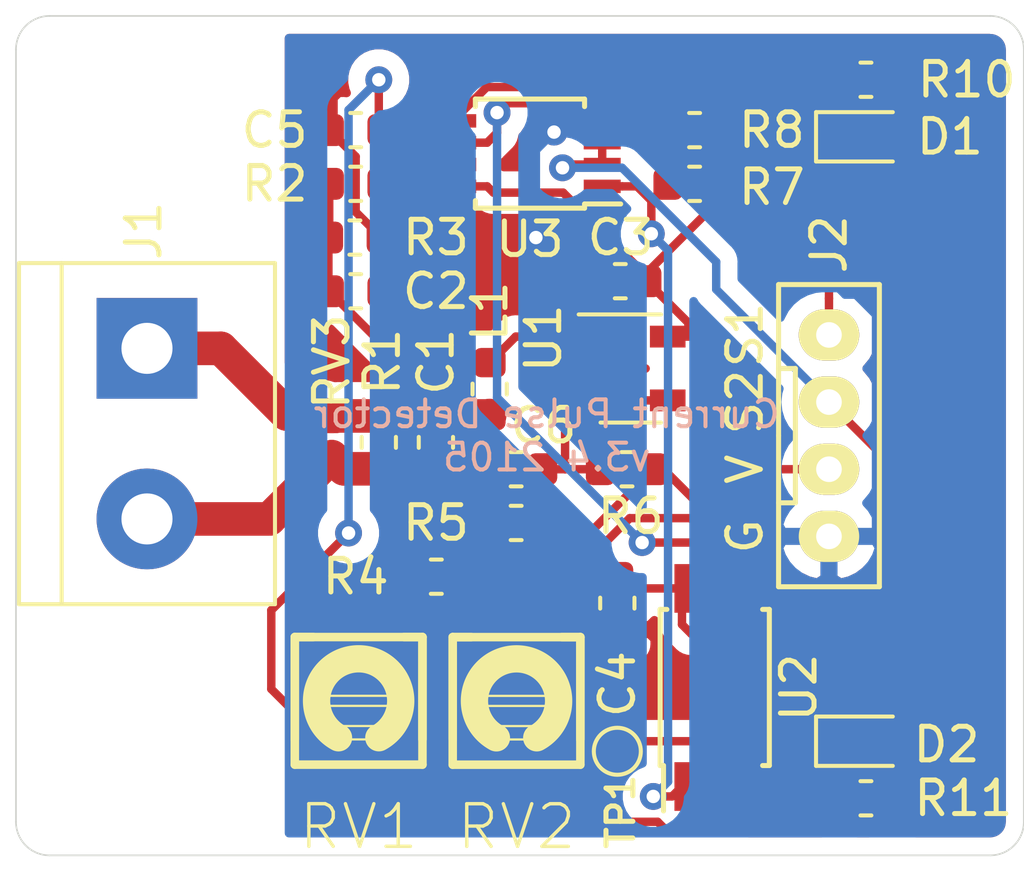
<source format=kicad_pcb>
(kicad_pcb (version 20171130) (host pcbnew "(5.1.2)-1")

  (general
    (thickness 1.6)
    (drawings 9)
    (tracks 209)
    (zones 0)
    (modules 30)
    (nets 18)
  )

  (page A4)
  (title_block
    (title "Current Pulse Detector")
    (date 2021-04-10)
    (rev v3.3)
  )

  (layers
    (0 F.Cu signal)
    (31 B.Cu signal)
    (32 B.Adhes user)
    (33 F.Adhes user)
    (34 B.Paste user)
    (35 F.Paste user)
    (36 B.SilkS user)
    (37 F.SilkS user)
    (38 B.Mask user)
    (39 F.Mask user)
    (40 Dwgs.User user)
    (41 Cmts.User user)
    (42 Eco1.User user)
    (43 Eco2.User user)
    (44 Edge.Cuts user)
    (45 Margin user)
    (46 B.CrtYd user hide)
    (47 F.CrtYd user hide)
    (48 B.Fab user hide)
    (49 F.Fab user hide)
  )

  (setup
    (last_trace_width 0.25)
    (trace_clearance 0.2)
    (zone_clearance 0.508)
    (zone_45_only no)
    (trace_min 0.2)
    (via_size 0.8)
    (via_drill 0.4)
    (via_min_size 0.4)
    (via_min_drill 0.3)
    (uvia_size 0.3)
    (uvia_drill 0.1)
    (uvias_allowed no)
    (uvia_min_size 0.2)
    (uvia_min_drill 0.1)
    (edge_width 0.05)
    (segment_width 0.2)
    (pcb_text_width 0.3)
    (pcb_text_size 1.5 1.5)
    (mod_edge_width 0.12)
    (mod_text_size 1 1)
    (mod_text_width 0.15)
    (pad_size 3.2 3.2)
    (pad_drill 3.2)
    (pad_to_mask_clearance 0.051)
    (solder_mask_min_width 0.25)
    (aux_axis_origin 0 0)
    (visible_elements 7FFFFF7F)
    (pcbplotparams
      (layerselection 0x010fc_ffffffff)
      (usegerberextensions true)
      (usegerberattributes false)
      (usegerberadvancedattributes false)
      (creategerberjobfile false)
      (excludeedgelayer true)
      (linewidth 0.100000)
      (plotframeref false)
      (viasonmask false)
      (mode 1)
      (useauxorigin false)
      (hpglpennumber 1)
      (hpglpenspeed 20)
      (hpglpendiameter 15.000000)
      (psnegative false)
      (psa4output false)
      (plotreference true)
      (plotvalue true)
      (plotinvisibletext false)
      (padsonsilk false)
      (subtractmaskfromsilk true)
      (outputformat 1)
      (mirror false)
      (drillshape 0)
      (scaleselection 1)
      (outputdirectory "GERBER/"))
  )

  (net 0 "")
  (net 1 "Net-(C1-Pad1)")
  (net 2 "Net-(C1-Pad2)")
  (net 3 GND)
  (net 4 VCC)
  (net 5 "Net-(D1-Pad1)")
  (net 6 "Net-(D2-Pad1)")
  (net 7 /STA1)
  (net 8 /STA2)
  (net 9 "Net-(C2-Pad1)")
  (net 10 /OUT)
  (net 11 "Net-(R7-Pad2)")
  (net 12 "Net-(RV1-Pad2)")
  (net 13 "Net-(RV2-Pad2)")
  (net 14 "Net-(C6-Pad1)")
  (net 15 "Net-(R4-Pad2)")
  (net 16 "Net-(R4-Pad1)")
  (net 17 "Net-(R8-Pad2)")

  (net_class Default "これはデフォルトのネット クラスです。"
    (clearance 0.2)
    (trace_width 0.25)
    (via_dia 0.8)
    (via_drill 0.4)
    (uvia_dia 0.3)
    (uvia_drill 0.1)
    (add_net /OUT)
    (add_net /STA1)
    (add_net /STA2)
    (add_net GND)
    (add_net "Net-(C2-Pad1)")
    (add_net "Net-(C6-Pad1)")
    (add_net "Net-(D1-Pad1)")
    (add_net "Net-(D2-Pad1)")
    (add_net "Net-(R4-Pad1)")
    (add_net "Net-(R4-Pad2)")
    (add_net "Net-(R7-Pad2)")
    (add_net "Net-(R8-Pad2)")
    (add_net "Net-(RV1-Pad2)")
    (add_net "Net-(RV2-Pad2)")
    (add_net VCC)
  )

  (net_class POW ""
    (clearance 0.2)
    (trace_width 1)
    (via_dia 0.8)
    (via_drill 0.4)
    (uvia_dia 0.3)
    (uvia_drill 0.1)
    (add_net "Net-(C1-Pad1)")
    (add_net "Net-(C1-Pad2)")
  )

  (module Package_SO:TSSOP-8_4.4x3mm_P0.65mm (layer F.Cu) (tedit 5A02F25C) (tstamp 5F0AFE83)
    (at 124.8 84 90)
    (descr "8-Lead Plastic Thin Shrink Small Outline (ST)-4.4 mm Body [TSSOP] (see Microchip Packaging Specification 00000049BS.pdf)")
    (tags "SSOP 0.65")
    (path /5F0CDA2D)
    (attr smd)
    (fp_text reference U2 (at 0 2.5 90) (layer F.SilkS)
      (effects (font (size 1 1) (thickness 0.15)))
    )
    (fp_text value "LM2903BQP TSSOP8" (at 0 2.55 90) (layer F.Fab)
      (effects (font (size 1 1) (thickness 0.15)))
    )
    (fp_text user %R (at 0 0 90) (layer F.Fab)
      (effects (font (size 0.7 0.7) (thickness 0.15)))
    )
    (fp_line (start -2.325 -1.525) (end -3.675 -1.525) (layer F.SilkS) (width 0.15))
    (fp_line (start -2.325 1.625) (end 2.325 1.625) (layer F.SilkS) (width 0.15))
    (fp_line (start -2.325 -1.625) (end 2.325 -1.625) (layer F.SilkS) (width 0.15))
    (fp_line (start -2.325 1.625) (end -2.325 1.425) (layer F.SilkS) (width 0.15))
    (fp_line (start 2.325 1.625) (end 2.325 1.425) (layer F.SilkS) (width 0.15))
    (fp_line (start 2.325 -1.625) (end 2.325 -1.425) (layer F.SilkS) (width 0.15))
    (fp_line (start -2.325 -1.625) (end -2.325 -1.525) (layer F.SilkS) (width 0.15))
    (fp_line (start -3.95 1.8) (end 3.95 1.8) (layer F.CrtYd) (width 0.05))
    (fp_line (start -3.95 -1.8) (end 3.95 -1.8) (layer F.CrtYd) (width 0.05))
    (fp_line (start 3.95 -1.8) (end 3.95 1.8) (layer F.CrtYd) (width 0.05))
    (fp_line (start -3.95 -1.8) (end -3.95 1.8) (layer F.CrtYd) (width 0.05))
    (fp_line (start -2.2 -0.5) (end -1.2 -1.5) (layer F.Fab) (width 0.15))
    (fp_line (start -2.2 1.5) (end -2.2 -0.5) (layer F.Fab) (width 0.15))
    (fp_line (start 2.2 1.5) (end -2.2 1.5) (layer F.Fab) (width 0.15))
    (fp_line (start 2.2 -1.5) (end 2.2 1.5) (layer F.Fab) (width 0.15))
    (fp_line (start -1.2 -1.5) (end 2.2 -1.5) (layer F.Fab) (width 0.15))
    (pad 8 smd rect (at 2.95 -0.975 90) (size 1.45 0.45) (layers F.Cu F.Paste F.Mask)
      (net 4 VCC))
    (pad 7 smd rect (at 2.95 -0.325 90) (size 1.45 0.45) (layers F.Cu F.Paste F.Mask)
      (net 17 "Net-(R8-Pad2)"))
    (pad 6 smd rect (at 2.95 0.325 90) (size 1.45 0.45) (layers F.Cu F.Paste F.Mask)
      (net 13 "Net-(RV2-Pad2)"))
    (pad 5 smd rect (at 2.95 0.975 90) (size 1.45 0.45) (layers F.Cu F.Paste F.Mask)
      (net 10 /OUT))
    (pad 4 smd rect (at -2.95 0.975 90) (size 1.45 0.45) (layers F.Cu F.Paste F.Mask)
      (net 3 GND))
    (pad 3 smd rect (at -2.95 0.325 90) (size 1.45 0.45) (layers F.Cu F.Paste F.Mask)
      (net 12 "Net-(RV1-Pad2)"))
    (pad 2 smd rect (at -2.95 -0.325 90) (size 1.45 0.45) (layers F.Cu F.Paste F.Mask)
      (net 10 /OUT))
    (pad 1 smd rect (at -2.95 -0.975 90) (size 1.45 0.45) (layers F.Cu F.Paste F.Mask)
      (net 11 "Net-(R7-Pad2)"))
    (model ${KISYS3DMOD}/Package_SO.3dshapes/TSSOP-8_4.4x3mm_P0.65mm.wrl
      (at (xyz 0 0 0))
      (scale (xyz 1 1 1))
      (rotate (xyz 0 0 0))
    )
  )

  (module Package_SO:TSSOP-8_3x3mm_P0.65mm (layer F.Cu) (tedit 5A02F25C) (tstamp 60717855)
    (at 119.3 68.1 180)
    (descr "TSSOP8: plastic thin shrink small outline package; 8 leads; body width 3 mm; (see NXP SSOP-TSSOP-VSO-REFLOW.pdf and sot505-1_po.pdf)")
    (tags "SSOP 0.65")
    (path /60733868)
    (attr smd)
    (fp_text reference U3 (at 0 -2.55) (layer F.SilkS)
      (effects (font (size 1 1) (thickness 0.15)))
    )
    (fp_text value 74LVC2G00 (at 0 2.55) (layer F.Fab)
      (effects (font (size 1 1) (thickness 0.15)))
    )
    (fp_text user %R (at 0 0) (layer F.Fab)
      (effects (font (size 0.6 0.6) (thickness 0.15)))
    )
    (fp_line (start -1.625 -1.5) (end -2.7 -1.5) (layer F.SilkS) (width 0.15))
    (fp_line (start -1.625 1.625) (end 1.625 1.625) (layer F.SilkS) (width 0.15))
    (fp_line (start -1.625 -1.625) (end 1.625 -1.625) (layer F.SilkS) (width 0.15))
    (fp_line (start -1.625 1.625) (end -1.625 1.4) (layer F.SilkS) (width 0.15))
    (fp_line (start 1.625 1.625) (end 1.625 1.4) (layer F.SilkS) (width 0.15))
    (fp_line (start 1.625 -1.625) (end 1.625 -1.4) (layer F.SilkS) (width 0.15))
    (fp_line (start -1.625 -1.625) (end -1.625 -1.5) (layer F.SilkS) (width 0.15))
    (fp_line (start -2.95 1.8) (end 2.95 1.8) (layer F.CrtYd) (width 0.05))
    (fp_line (start -2.95 -1.8) (end 2.95 -1.8) (layer F.CrtYd) (width 0.05))
    (fp_line (start 2.95 -1.8) (end 2.95 1.8) (layer F.CrtYd) (width 0.05))
    (fp_line (start -2.95 -1.8) (end -2.95 1.8) (layer F.CrtYd) (width 0.05))
    (fp_line (start -1.5 -0.5) (end -0.5 -1.5) (layer F.Fab) (width 0.15))
    (fp_line (start -1.5 1.5) (end -1.5 -0.5) (layer F.Fab) (width 0.15))
    (fp_line (start 1.5 1.5) (end -1.5 1.5) (layer F.Fab) (width 0.15))
    (fp_line (start 1.5 -1.5) (end 1.5 1.5) (layer F.Fab) (width 0.15))
    (fp_line (start -0.5 -1.5) (end 1.5 -1.5) (layer F.Fab) (width 0.15))
    (pad 8 smd rect (at 2.15 -0.975 180) (size 1.1 0.4) (layers F.Cu F.Paste F.Mask)
      (net 4 VCC))
    (pad 7 smd rect (at 2.15 -0.325 180) (size 1.1 0.4) (layers F.Cu F.Paste F.Mask)
      (net 7 /STA1))
    (pad 6 smd rect (at 2.15 0.325 180) (size 1.1 0.4) (layers F.Cu F.Paste F.Mask)
      (net 17 "Net-(R8-Pad2)"))
    (pad 5 smd rect (at 2.15 0.975 180) (size 1.1 0.4) (layers F.Cu F.Paste F.Mask)
      (net 7 /STA1))
    (pad 4 smd rect (at -2.15 0.975 180) (size 1.1 0.4) (layers F.Cu F.Paste F.Mask)
      (net 3 GND))
    (pad 3 smd rect (at -2.15 0.325 180) (size 1.1 0.4) (layers F.Cu F.Paste F.Mask)
      (net 8 /STA2))
    (pad 2 smd rect (at -2.15 -0.325 180) (size 1.1 0.4) (layers F.Cu F.Paste F.Mask)
      (net 8 /STA2))
    (pad 1 smd rect (at -2.15 -0.975 180) (size 1.1 0.4) (layers F.Cu F.Paste F.Mask)
      (net 11 "Net-(R7-Pad2)"))
    (model ${KISYS3DMOD}/Package_SO.3dshapes/TSSOP-8_3x3mm_P0.65mm.wrl
      (at (xyz 0 0 0))
      (scale (xyz 1 1 1))
      (rotate (xyz 0 0 0))
    )
  )

  (module TestPoint:TestPoint_Pad_D1.0mm (layer F.Cu) (tedit 5A0F774F) (tstamp 607177F4)
    (at 121.9 85.9)
    (descr "SMD pad as test Point, diameter 1.0mm")
    (tags "test point SMD pad")
    (path /607DE83B)
    (attr virtual)
    (fp_text reference TP1 (at 0.1 1.8 90) (layer F.SilkS)
      (effects (font (size 0.8 0.8) (thickness 0.15)))
    )
    (fp_text value OUT (at 0 1.55) (layer F.Fab)
      (effects (font (size 1 1) (thickness 0.15)))
    )
    (fp_circle (center 0 0) (end 0 0.7) (layer F.SilkS) (width 0.12))
    (fp_circle (center 0 0) (end 1 0) (layer F.CrtYd) (width 0.05))
    (fp_text user %R (at 0 -1.45) (layer F.Fab)
      (effects (font (size 1 1) (thickness 0.15)))
    )
    (pad 1 smd circle (at 0 0) (size 1 1) (layers F.Cu F.Mask)
      (net 10 /OUT))
  )

  (module Fuse:Fuse_0402_1005Metric (layer F.Cu) (tedit 5B301BBE) (tstamp 607177EC)
    (at 113.4 76.615 270)
    (descr "Fuse SMD 0402 (1005 Metric), square (rectangular) end terminal, IPC_7351 nominal, (Body size source: http://www.tortai-tech.com/upload/download/2011102023233369053.pdf), generated with kicad-footprint-generator")
    (tags resistor)
    (path /60719730)
    (attr smd)
    (fp_text reference RV3 (at -2.315 0 90) (layer F.SilkS)
      (effects (font (size 1 1) (thickness 0.15)))
    )
    (fp_text value Varistor (at 0 1.17 90) (layer F.Fab)
      (effects (font (size 1 1) (thickness 0.15)))
    )
    (fp_text user %R (at 0 0 90) (layer F.Fab)
      (effects (font (size 0.25 0.25) (thickness 0.04)))
    )
    (fp_line (start 0.93 0.47) (end -0.93 0.47) (layer F.CrtYd) (width 0.05))
    (fp_line (start 0.93 -0.47) (end 0.93 0.47) (layer F.CrtYd) (width 0.05))
    (fp_line (start -0.93 -0.47) (end 0.93 -0.47) (layer F.CrtYd) (width 0.05))
    (fp_line (start -0.93 0.47) (end -0.93 -0.47) (layer F.CrtYd) (width 0.05))
    (fp_line (start 0.5 0.25) (end -0.5 0.25) (layer F.Fab) (width 0.1))
    (fp_line (start 0.5 -0.25) (end 0.5 0.25) (layer F.Fab) (width 0.1))
    (fp_line (start -0.5 -0.25) (end 0.5 -0.25) (layer F.Fab) (width 0.1))
    (fp_line (start -0.5 0.25) (end -0.5 -0.25) (layer F.Fab) (width 0.1))
    (pad 2 smd roundrect (at 0.485 0 270) (size 0.59 0.64) (layers F.Cu F.Paste F.Mask) (roundrect_rratio 0.25)
      (net 2 "Net-(C1-Pad2)"))
    (pad 1 smd roundrect (at -0.485 0 270) (size 0.59 0.64) (layers F.Cu F.Paste F.Mask) (roundrect_rratio 0.25)
      (net 1 "Net-(C1-Pad1)"))
    (model ${KISYS3DMOD}/Fuse.3dshapes/Fuse_0402_1005Metric.wrl
      (at (xyz 0 0 0))
      (scale (xyz 1 1 1))
      (rotate (xyz 0 0 0))
    )
  )

  (module Resistor_SMD:R_0603_1608Metric (layer F.Cu) (tedit 5B301BBD) (tstamp 60AA33E4)
    (at 116.512 80.7)
    (descr "Resistor SMD 0603 (1608 Metric), square (rectangular) end terminal, IPC_7351 nominal, (Body size source: http://www.tortai-tech.com/upload/download/2011102023233369053.pdf), generated with kicad-footprint-generator")
    (tags resistor)
    (path /605FA2C5)
    (attr smd)
    (fp_text reference R4 (at -2.4 0) (layer F.SilkS)
      (effects (font (size 1 1) (thickness 0.15)))
    )
    (fp_text value 0 (at 0 1.43) (layer F.Fab)
      (effects (font (size 1 1) (thickness 0.15)))
    )
    (fp_text user %R (at 0 0) (layer F.Fab)
      (effects (font (size 0.4 0.4) (thickness 0.06)))
    )
    (fp_line (start 1.48 0.73) (end -1.48 0.73) (layer F.CrtYd) (width 0.05))
    (fp_line (start 1.48 -0.73) (end 1.48 0.73) (layer F.CrtYd) (width 0.05))
    (fp_line (start -1.48 -0.73) (end 1.48 -0.73) (layer F.CrtYd) (width 0.05))
    (fp_line (start -1.48 0.73) (end -1.48 -0.73) (layer F.CrtYd) (width 0.05))
    (fp_line (start -0.162779 0.51) (end 0.162779 0.51) (layer F.SilkS) (width 0.12))
    (fp_line (start -0.162779 -0.51) (end 0.162779 -0.51) (layer F.SilkS) (width 0.12))
    (fp_line (start 0.8 0.4) (end -0.8 0.4) (layer F.Fab) (width 0.1))
    (fp_line (start 0.8 -0.4) (end 0.8 0.4) (layer F.Fab) (width 0.1))
    (fp_line (start -0.8 -0.4) (end 0.8 -0.4) (layer F.Fab) (width 0.1))
    (fp_line (start -0.8 0.4) (end -0.8 -0.4) (layer F.Fab) (width 0.1))
    (pad 2 smd roundrect (at 0.7875 0) (size 0.875 0.95) (layers F.Cu F.Paste F.Mask) (roundrect_rratio 0.25)
      (net 15 "Net-(R4-Pad2)"))
    (pad 1 smd roundrect (at -0.7875 0) (size 0.875 0.95) (layers F.Cu F.Paste F.Mask) (roundrect_rratio 0.25)
      (net 16 "Net-(R4-Pad1)"))
    (model ${KISYS3DMOD}/Resistor_SMD.3dshapes/R_0603_1608Metric.wrl
      (at (xyz 0 0 0))
      (scale (xyz 1 1 1))
      (rotate (xyz 0 0 0))
    )
  )

  (module GroveCon:GROVE (layer F.Cu) (tedit 5A912222) (tstamp 60717650)
    (at 128.2 73.5 270)
    (path /607E69DE)
    (fp_text reference J2 (at -2.7 0 90) (layer F.SilkS)
      (effects (font (size 1 1) (thickness 0.15)))
    )
    (fp_text value Grove (at 0.5 -3 90) (layer F.Fab)
      (effects (font (size 1 1) (thickness 0.15)))
    )
    (fp_line (start 7.5 1.5) (end 3 1.5) (layer F.SilkS) (width 0.15))
    (fp_line (start 7.5 -1.5) (end 7.5 1.5) (layer F.SilkS) (width 0.15))
    (fp_line (start -1.5 -1.5) (end 7.5 -1.5) (layer F.SilkS) (width 0.15))
    (fp_line (start -1.5 1.5) (end -1.5 -1.5) (layer F.SilkS) (width 0.15))
    (fp_line (start 3 1.5) (end -1.5 1.5) (layer F.SilkS) (width 0.15))
    (fp_line (start 1 1) (end 1 1.5) (layer F.SilkS) (width 0.15))
    (fp_line (start 5 1) (end 1 1) (layer F.SilkS) (width 0.15))
    (fp_line (start 5 1.5) (end 5 1) (layer F.SilkS) (width 0.15))
    (fp_text user G (at 6 2.5 90) (layer F.SilkS)
      (effects (font (size 1 1) (thickness 0.15)))
    )
    (fp_text user V (at 4 2.5 90) (layer F.SilkS)
      (effects (font (size 1 1) (thickness 0.15)))
    )
    (fp_text user S2 (at 2 2.5 90) (layer F.SilkS)
      (effects (font (size 1 1) (thickness 0.15)))
    )
    (fp_text user S1 (at 0 2.5 90) (layer F.SilkS)
      (effects (font (size 1 1) (thickness 0.15)))
    )
    (pad 4 thru_hole oval (at 6 0 270) (size 1.524 1.8) (drill 0.762) (layers *.Cu *.Paste *.Mask F.SilkS)
      (net 3 GND))
    (pad 3 thru_hole oval (at 4 0 270) (size 1.524 1.8) (drill 0.762) (layers *.Cu *.Paste *.Mask F.SilkS)
      (net 4 VCC))
    (pad 2 thru_hole oval (at 2 0 270) (size 1.524 1.8) (drill 0.762) (layers *.Cu *.Paste *.Mask F.SilkS)
      (net 8 /STA2))
    (pad 1 thru_hole oval (at 0 0 270) (size 1.524 1.8) (drill 0.762) (layers *.Cu *.Paste *.Mask F.SilkS)
      (net 7 /STA1))
  )

  (module Inductor_SMD:L_0603_1608Metric (layer F.Cu) (tedit 5B301BBE) (tstamp 5F218706)
    (at 118.1 75.1125 90)
    (descr "Inductor SMD 0603 (1608 Metric), square (rectangular) end terminal, IPC_7351 nominal, (Body size source: http://www.tortai-tech.com/upload/download/2011102023233369053.pdf), generated with kicad-footprint-generator")
    (tags inductor)
    (path /5F224D02)
    (attr smd)
    (fp_text reference L1 (at 2.3125 0 90) (layer F.SilkS)
      (effects (font (size 1 1) (thickness 0.15)))
    )
    (fp_text value FB (at 0 1.43 90) (layer F.Fab)
      (effects (font (size 1 1) (thickness 0.15)))
    )
    (fp_text user %R (at 0 0 90) (layer F.Fab)
      (effects (font (size 0.4 0.4) (thickness 0.06)))
    )
    (fp_line (start 1.48 0.73) (end -1.48 0.73) (layer F.CrtYd) (width 0.05))
    (fp_line (start 1.48 -0.73) (end 1.48 0.73) (layer F.CrtYd) (width 0.05))
    (fp_line (start -1.48 -0.73) (end 1.48 -0.73) (layer F.CrtYd) (width 0.05))
    (fp_line (start -1.48 0.73) (end -1.48 -0.73) (layer F.CrtYd) (width 0.05))
    (fp_line (start -0.162779 0.51) (end 0.162779 0.51) (layer F.SilkS) (width 0.12))
    (fp_line (start -0.162779 -0.51) (end 0.162779 -0.51) (layer F.SilkS) (width 0.12))
    (fp_line (start 0.8 0.4) (end -0.8 0.4) (layer F.Fab) (width 0.1))
    (fp_line (start 0.8 -0.4) (end 0.8 0.4) (layer F.Fab) (width 0.1))
    (fp_line (start -0.8 -0.4) (end 0.8 -0.4) (layer F.Fab) (width 0.1))
    (fp_line (start -0.8 0.4) (end -0.8 -0.4) (layer F.Fab) (width 0.1))
    (pad 2 smd roundrect (at 0.7875 0 90) (size 0.875 0.95) (layers F.Cu F.Paste F.Mask) (roundrect_rratio 0.25)
      (net 9 "Net-(C2-Pad1)"))
    (pad 1 smd roundrect (at -0.7875 0 90) (size 0.875 0.95) (layers F.Cu F.Paste F.Mask) (roundrect_rratio 0.25)
      (net 1 "Net-(C1-Pad1)"))
    (model ${KISYS3DMOD}/Inductor_SMD.3dshapes/L_0603_1608Metric.wrl
      (at (xyz 0 0 0))
      (scale (xyz 1 1 1))
      (rotate (xyz 0 0 0))
    )
  )

  (module Capacitor_SMD:C_0603_1608Metric (layer F.Cu) (tedit 5B301BBE) (tstamp 60AA35A8)
    (at 118.888 77.5 180)
    (descr "Capacitor SMD 0603 (1608 Metric), square (rectangular) end terminal, IPC_7351 nominal, (Body size source: http://www.tortai-tech.com/upload/download/2011102023233369053.pdf), generated with kicad-footprint-generator")
    (tags capacitor)
    (path /5F222C7A)
    (attr smd)
    (fp_text reference C6 (at -0.8125 1.3 180) (layer F.SilkS)
      (effects (font (size 1 1) (thickness 0.15)))
    )
    (fp_text value 0.1u (at 0 1.43) (layer F.Fab)
      (effects (font (size 1 1) (thickness 0.15)))
    )
    (fp_text user %R (at 0 0) (layer F.Fab)
      (effects (font (size 0.4 0.4) (thickness 0.06)))
    )
    (fp_line (start 1.48 0.73) (end -1.48 0.73) (layer F.CrtYd) (width 0.05))
    (fp_line (start 1.48 -0.73) (end 1.48 0.73) (layer F.CrtYd) (width 0.05))
    (fp_line (start -1.48 -0.73) (end 1.48 -0.73) (layer F.CrtYd) (width 0.05))
    (fp_line (start -1.48 0.73) (end -1.48 -0.73) (layer F.CrtYd) (width 0.05))
    (fp_line (start -0.162779 0.51) (end 0.162779 0.51) (layer F.SilkS) (width 0.12))
    (fp_line (start -0.162779 -0.51) (end 0.162779 -0.51) (layer F.SilkS) (width 0.12))
    (fp_line (start 0.8 0.4) (end -0.8 0.4) (layer F.Fab) (width 0.1))
    (fp_line (start 0.8 -0.4) (end 0.8 0.4) (layer F.Fab) (width 0.1))
    (fp_line (start -0.8 -0.4) (end 0.8 -0.4) (layer F.Fab) (width 0.1))
    (fp_line (start -0.8 0.4) (end -0.8 -0.4) (layer F.Fab) (width 0.1))
    (pad 2 smd roundrect (at 0.7875 0 180) (size 0.875 0.95) (layers F.Cu F.Paste F.Mask) (roundrect_rratio 0.25)
      (net 2 "Net-(C1-Pad2)"))
    (pad 1 smd roundrect (at -0.7875 0 180) (size 0.875 0.95) (layers F.Cu F.Paste F.Mask) (roundrect_rratio 0.25)
      (net 14 "Net-(C6-Pad1)"))
    (model ${KISYS3DMOD}/Capacitor_SMD.3dshapes/C_0603_1608Metric.wrl
      (at (xyz 0 0 0))
      (scale (xyz 1 1 1))
      (rotate (xyz 0 0 0))
    )
  )

  (module Package_TO_SOT_SMD:SOT-23-5 (layer F.Cu) (tedit 5A02FF57) (tstamp 5F0AFE69)
    (at 122.3 74.5)
    (descr "5-pin SOT23 package")
    (tags SOT-23-5)
    (path /5EEB10C8)
    (attr smd)
    (fp_text reference U1 (at -2.6 -0.9 90) (layer F.SilkS)
      (effects (font (size 1 1) (thickness 0.15)))
    )
    (fp_text value LM321 (at 0 2.9) (layer F.Fab)
      (effects (font (size 1 1) (thickness 0.15)))
    )
    (fp_line (start 0.9 -1.55) (end 0.9 1.55) (layer F.Fab) (width 0.1))
    (fp_line (start 0.9 1.55) (end -0.9 1.55) (layer F.Fab) (width 0.1))
    (fp_line (start -0.9 -0.9) (end -0.9 1.55) (layer F.Fab) (width 0.1))
    (fp_line (start 0.9 -1.55) (end -0.25 -1.55) (layer F.Fab) (width 0.1))
    (fp_line (start -0.9 -0.9) (end -0.25 -1.55) (layer F.Fab) (width 0.1))
    (fp_line (start -1.9 1.8) (end -1.9 -1.8) (layer F.CrtYd) (width 0.05))
    (fp_line (start 1.9 1.8) (end -1.9 1.8) (layer F.CrtYd) (width 0.05))
    (fp_line (start 1.9 -1.8) (end 1.9 1.8) (layer F.CrtYd) (width 0.05))
    (fp_line (start -1.9 -1.8) (end 1.9 -1.8) (layer F.CrtYd) (width 0.05))
    (fp_line (start 0.9 -1.61) (end -1.55 -1.61) (layer F.SilkS) (width 0.12))
    (fp_line (start -0.9 1.61) (end 0.9 1.61) (layer F.SilkS) (width 0.12))
    (fp_text user %R (at 0 0 90) (layer F.Fab)
      (effects (font (size 0.5 0.5) (thickness 0.075)))
    )
    (pad 5 smd rect (at 1.1 -0.95) (size 1.06 0.65) (layers F.Cu F.Paste F.Mask)
      (net 4 VCC))
    (pad 4 smd rect (at 1.1 0.95) (size 1.06 0.65) (layers F.Cu F.Paste F.Mask)
      (net 10 /OUT))
    (pad 3 smd rect (at -1.1 0.95) (size 1.06 0.65) (layers F.Cu F.Paste F.Mask)
      (net 14 "Net-(C6-Pad1)"))
    (pad 2 smd rect (at -1.1 0) (size 1.06 0.65) (layers F.Cu F.Paste F.Mask)
      (net 3 GND))
    (pad 1 smd rect (at -1.1 -0.95) (size 1.06 0.65) (layers F.Cu F.Paste F.Mask)
      (net 9 "Net-(C2-Pad1)"))
    (model ${KISYS3DMOD}/Package_TO_SOT_SMD.3dshapes/SOT-23-5.wrl
      (at (xyz 0 0 0))
      (scale (xyz 1 1 1))
      (rotate (xyz 0 0 0))
    )
  )

  (module RV:rcl-RTRIMCVR42A (layer F.Cu) (tedit 58A1A400) (tstamp 5F0B0779)
    (at 118.9 84.4)
    (descr "TRIMM RESISTOR AVX")
    (tags "TRIMM RESISTOR AVX")
    (path /5F0D4533)
    (attr smd)
    (fp_text reference RV2 (at 0 3.75 180) (layer F.SilkS)
      (effects (font (size 1.27 1.27) (thickness 0.1016)))
    )
    (fp_text value 5k (at 2.87274 -1.1176 90) (layer F.SilkS) hide
      (effects (font (size 1.27 1.27) (thickness 0.1016)))
    )
    (fp_line (start -0.6477 1.14808) (end 0.6477 1.14808) (layer F.SilkS) (width 0.06604))
    (fp_line (start 0.6477 1.14808) (end 0.6477 0.7493) (layer F.SilkS) (width 0.06604))
    (fp_line (start -0.6477 0.7493) (end 0.6477 0.7493) (layer F.SilkS) (width 0.06604))
    (fp_line (start -0.6477 1.14808) (end -0.6477 0.7493) (layer F.SilkS) (width 0.06604))
    (fp_line (start -1.04902 0.14986) (end 1.04902 0.14986) (layer F.SilkS) (width 0.06604))
    (fp_line (start 1.04902 0.14986) (end 1.04902 -0.14986) (layer F.SilkS) (width 0.06604))
    (fp_line (start -1.04902 -0.14986) (end 1.04902 -0.14986) (layer F.SilkS) (width 0.06604))
    (fp_line (start -1.04902 0.14986) (end -1.04902 -0.14986) (layer F.SilkS) (width 0.06604))
    (fp_line (start -1.89992 -1.89992) (end -1.89992 1.89992) (layer F.SilkS) (width 0.254))
    (fp_line (start -1.89992 1.89992) (end 1.89992 1.89992) (layer F.SilkS) (width 0.254))
    (fp_line (start 1.89992 1.89992) (end 1.89992 -1.89992) (layer F.SilkS) (width 0.254))
    (fp_line (start 1.89992 -1.89992) (end -1.89992 -1.89992) (layer F.SilkS) (width 0.254))
    (fp_line (start -1.89992 1.14808) (end -1.89992 -1.89992) (layer F.SilkS) (width 0.254))
    (fp_line (start -1.89992 -1.89992) (end -1.34874 -1.89992) (layer F.SilkS) (width 0.254))
    (fp_line (start 1.89992 1.14808) (end 1.89992 -1.89992) (layer F.SilkS) (width 0.254))
    (fp_line (start 1.89992 -1.89992) (end 1.34874 -1.89992) (layer F.SilkS) (width 0.254))
    (fp_arc (start 0 0) (end -0.59944 1.09982) (angle 302.7) (layer F.SilkS) (width 0.8128))
    (pad 1 smd rect (at -1.14808 2.04978) (size 1.29794 1.39954) (layers F.Cu F.Paste F.Mask)
      (net 15 "Net-(R4-Pad2)"))
    (pad 2 smd rect (at 0 -1.79832) (size 2.2987 1.4986) (layers F.Cu F.Paste F.Mask)
      (net 13 "Net-(RV2-Pad2)"))
    (pad 3 smd rect (at 1.14808 2.04978) (size 1.29794 1.39954) (layers F.Cu F.Paste F.Mask)
      (net 3 GND))
  )

  (module RV:rcl-RTRIMCVR42A (layer F.Cu) (tedit 58A1A400) (tstamp 5F0B07BE)
    (at 114.2 84.3983)
    (descr "TRIMM RESISTOR AVX")
    (tags "TRIMM RESISTOR AVX")
    (path /5F0D2D1E)
    (attr smd)
    (fp_text reference RV1 (at 0 3.75 180) (layer F.SilkS)
      (effects (font (size 1.27 1.27) (thickness 0.1016)))
    )
    (fp_text value 5k (at 2.87274 -1.1176 90) (layer F.SilkS) hide
      (effects (font (size 1.27 1.27) (thickness 0.1016)))
    )
    (fp_line (start -0.6477 1.14808) (end 0.6477 1.14808) (layer F.SilkS) (width 0.06604))
    (fp_line (start 0.6477 1.14808) (end 0.6477 0.7493) (layer F.SilkS) (width 0.06604))
    (fp_line (start -0.6477 0.7493) (end 0.6477 0.7493) (layer F.SilkS) (width 0.06604))
    (fp_line (start -0.6477 1.14808) (end -0.6477 0.7493) (layer F.SilkS) (width 0.06604))
    (fp_line (start -1.04902 0.14986) (end 1.04902 0.14986) (layer F.SilkS) (width 0.06604))
    (fp_line (start 1.04902 0.14986) (end 1.04902 -0.14986) (layer F.SilkS) (width 0.06604))
    (fp_line (start -1.04902 -0.14986) (end 1.04902 -0.14986) (layer F.SilkS) (width 0.06604))
    (fp_line (start -1.04902 0.14986) (end -1.04902 -0.14986) (layer F.SilkS) (width 0.06604))
    (fp_line (start -1.89992 -1.89992) (end -1.89992 1.89992) (layer F.SilkS) (width 0.254))
    (fp_line (start -1.89992 1.89992) (end 1.89992 1.89992) (layer F.SilkS) (width 0.254))
    (fp_line (start 1.89992 1.89992) (end 1.89992 -1.89992) (layer F.SilkS) (width 0.254))
    (fp_line (start 1.89992 -1.89992) (end -1.89992 -1.89992) (layer F.SilkS) (width 0.254))
    (fp_line (start -1.89992 1.14808) (end -1.89992 -1.89992) (layer F.SilkS) (width 0.254))
    (fp_line (start -1.89992 -1.89992) (end -1.34874 -1.89992) (layer F.SilkS) (width 0.254))
    (fp_line (start 1.89992 1.14808) (end 1.89992 -1.89992) (layer F.SilkS) (width 0.254))
    (fp_line (start 1.89992 -1.89992) (end 1.34874 -1.89992) (layer F.SilkS) (width 0.254))
    (fp_arc (start 0 0) (end -0.59944 1.09982) (angle 302.7) (layer F.SilkS) (width 0.8128))
    (pad 1 smd rect (at -1.14808 2.04978) (size 1.29794 1.39954) (layers F.Cu F.Paste F.Mask)
      (net 4 VCC))
    (pad 2 smd rect (at 0 -1.79832) (size 2.2987 1.4986) (layers F.Cu F.Paste F.Mask)
      (net 12 "Net-(RV1-Pad2)"))
    (pad 3 smd rect (at 1.14808 2.04978) (size 1.29794 1.39954) (layers F.Cu F.Paste F.Mask)
      (net 16 "Net-(R4-Pad1)"))
  )

  (module Resistor_SMD:R_0603_1608Metric (layer F.Cu) (tedit 5B301BBD) (tstamp 5F0AFDA0)
    (at 124.2 67.4 180)
    (descr "Resistor SMD 0603 (1608 Metric), square (rectangular) end terminal, IPC_7351 nominal, (Body size source: http://www.tortai-tech.com/upload/download/2011102023233369053.pdf), generated with kicad-footprint-generator")
    (tags resistor)
    (path /5F132CDF)
    (attr smd)
    (fp_text reference R8 (at -2.3 0) (layer F.SilkS)
      (effects (font (size 1 1) (thickness 0.15)))
    )
    (fp_text value 10k (at 0 1.43) (layer F.Fab)
      (effects (font (size 1 1) (thickness 0.15)))
    )
    (fp_text user %R (at 0 0) (layer F.Fab)
      (effects (font (size 0.4 0.4) (thickness 0.06)))
    )
    (fp_line (start 1.48 0.73) (end -1.48 0.73) (layer F.CrtYd) (width 0.05))
    (fp_line (start 1.48 -0.73) (end 1.48 0.73) (layer F.CrtYd) (width 0.05))
    (fp_line (start -1.48 -0.73) (end 1.48 -0.73) (layer F.CrtYd) (width 0.05))
    (fp_line (start -1.48 0.73) (end -1.48 -0.73) (layer F.CrtYd) (width 0.05))
    (fp_line (start -0.162779 0.51) (end 0.162779 0.51) (layer F.SilkS) (width 0.12))
    (fp_line (start -0.162779 -0.51) (end 0.162779 -0.51) (layer F.SilkS) (width 0.12))
    (fp_line (start 0.8 0.4) (end -0.8 0.4) (layer F.Fab) (width 0.1))
    (fp_line (start 0.8 -0.4) (end 0.8 0.4) (layer F.Fab) (width 0.1))
    (fp_line (start -0.8 -0.4) (end 0.8 -0.4) (layer F.Fab) (width 0.1))
    (fp_line (start -0.8 0.4) (end -0.8 -0.4) (layer F.Fab) (width 0.1))
    (pad 2 smd roundrect (at 0.7875 0 180) (size 0.875 0.95) (layers F.Cu F.Paste F.Mask) (roundrect_rratio 0.25)
      (net 17 "Net-(R8-Pad2)"))
    (pad 1 smd roundrect (at -0.7875 0 180) (size 0.875 0.95) (layers F.Cu F.Paste F.Mask) (roundrect_rratio 0.25)
      (net 4 VCC))
    (model ${KISYS3DMOD}/Resistor_SMD.3dshapes/R_0603_1608Metric.wrl
      (at (xyz 0 0 0))
      (scale (xyz 1 1 1))
      (rotate (xyz 0 0 0))
    )
  )

  (module Resistor_SMD:R_0603_1608Metric (layer F.Cu) (tedit 5B301BBD) (tstamp 5F0AFD8F)
    (at 124.2 69 180)
    (descr "Resistor SMD 0603 (1608 Metric), square (rectangular) end terminal, IPC_7351 nominal, (Body size source: http://www.tortai-tech.com/upload/download/2011102023233369053.pdf), generated with kicad-footprint-generator")
    (tags resistor)
    (path /5F131AD8)
    (attr smd)
    (fp_text reference R7 (at -2.3 -0.1) (layer F.SilkS)
      (effects (font (size 1 1) (thickness 0.15)))
    )
    (fp_text value 10k (at 0 1.43) (layer F.Fab)
      (effects (font (size 1 1) (thickness 0.15)))
    )
    (fp_text user %R (at 0 0) (layer F.Fab)
      (effects (font (size 0.4 0.4) (thickness 0.06)))
    )
    (fp_line (start 1.48 0.73) (end -1.48 0.73) (layer F.CrtYd) (width 0.05))
    (fp_line (start 1.48 -0.73) (end 1.48 0.73) (layer F.CrtYd) (width 0.05))
    (fp_line (start -1.48 -0.73) (end 1.48 -0.73) (layer F.CrtYd) (width 0.05))
    (fp_line (start -1.48 0.73) (end -1.48 -0.73) (layer F.CrtYd) (width 0.05))
    (fp_line (start -0.162779 0.51) (end 0.162779 0.51) (layer F.SilkS) (width 0.12))
    (fp_line (start -0.162779 -0.51) (end 0.162779 -0.51) (layer F.SilkS) (width 0.12))
    (fp_line (start 0.8 0.4) (end -0.8 0.4) (layer F.Fab) (width 0.1))
    (fp_line (start 0.8 -0.4) (end 0.8 0.4) (layer F.Fab) (width 0.1))
    (fp_line (start -0.8 -0.4) (end 0.8 -0.4) (layer F.Fab) (width 0.1))
    (fp_line (start -0.8 0.4) (end -0.8 -0.4) (layer F.Fab) (width 0.1))
    (pad 2 smd roundrect (at 0.7875 0 180) (size 0.875 0.95) (layers F.Cu F.Paste F.Mask) (roundrect_rratio 0.25)
      (net 11 "Net-(R7-Pad2)"))
    (pad 1 smd roundrect (at -0.7875 0 180) (size 0.875 0.95) (layers F.Cu F.Paste F.Mask) (roundrect_rratio 0.25)
      (net 4 VCC))
    (model ${KISYS3DMOD}/Resistor_SMD.3dshapes/R_0603_1608Metric.wrl
      (at (xyz 0 0 0))
      (scale (xyz 1 1 1))
      (rotate (xyz 0 0 0))
    )
  )

  (module Resistor_SMD:R_0603_1608Metric (layer F.Cu) (tedit 5B301BBD) (tstamp 5F0AFD7E)
    (at 122.188 77.5 180)
    (descr "Resistor SMD 0603 (1608 Metric), square (rectangular) end terminal, IPC_7351 nominal, (Body size source: http://www.tortai-tech.com/upload/download/2011102023233369053.pdf), generated with kicad-footprint-generator")
    (tags resistor)
    (path /5EEFE77D)
    (attr smd)
    (fp_text reference R6 (at -0.112 -1.4) (layer F.SilkS)
      (effects (font (size 1 1) (thickness 0.15)))
    )
    (fp_text value 330k (at 0 1.43) (layer F.Fab)
      (effects (font (size 1 1) (thickness 0.15)))
    )
    (fp_text user %R (at 0 0) (layer F.Fab)
      (effects (font (size 0.4 0.4) (thickness 0.06)))
    )
    (fp_line (start 1.48 0.73) (end -1.48 0.73) (layer F.CrtYd) (width 0.05))
    (fp_line (start 1.48 -0.73) (end 1.48 0.73) (layer F.CrtYd) (width 0.05))
    (fp_line (start -1.48 -0.73) (end 1.48 -0.73) (layer F.CrtYd) (width 0.05))
    (fp_line (start -1.48 0.73) (end -1.48 -0.73) (layer F.CrtYd) (width 0.05))
    (fp_line (start -0.162779 0.51) (end 0.162779 0.51) (layer F.SilkS) (width 0.12))
    (fp_line (start -0.162779 -0.51) (end 0.162779 -0.51) (layer F.SilkS) (width 0.12))
    (fp_line (start 0.8 0.4) (end -0.8 0.4) (layer F.Fab) (width 0.1))
    (fp_line (start 0.8 -0.4) (end 0.8 0.4) (layer F.Fab) (width 0.1))
    (fp_line (start -0.8 -0.4) (end 0.8 -0.4) (layer F.Fab) (width 0.1))
    (fp_line (start -0.8 0.4) (end -0.8 -0.4) (layer F.Fab) (width 0.1))
    (pad 2 smd roundrect (at 0.7875 0 180) (size 0.875 0.95) (layers F.Cu F.Paste F.Mask) (roundrect_rratio 0.25)
      (net 14 "Net-(C6-Pad1)"))
    (pad 1 smd roundrect (at -0.7875 0 180) (size 0.875 0.95) (layers F.Cu F.Paste F.Mask) (roundrect_rratio 0.25)
      (net 10 /OUT))
    (model ${KISYS3DMOD}/Resistor_SMD.3dshapes/R_0603_1608Metric.wrl
      (at (xyz 0 0 0))
      (scale (xyz 1 1 1))
      (rotate (xyz 0 0 0))
    )
  )

  (module Resistor_SMD:R_0603_1608Metric (layer F.Cu) (tedit 5B301BBD) (tstamp 5F0AFD4B)
    (at 114.088 70.6)
    (descr "Resistor SMD 0603 (1608 Metric), square (rectangular) end terminal, IPC_7351 nominal, (Body size source: http://www.tortai-tech.com/upload/download/2011102023233369053.pdf), generated with kicad-footprint-generator")
    (tags resistor)
    (path /5EECF6B9)
    (attr smd)
    (fp_text reference R3 (at 2.4125 0) (layer F.SilkS)
      (effects (font (size 1 1) (thickness 0.15)))
    )
    (fp_text value 10k (at 0 1.43) (layer F.Fab)
      (effects (font (size 1 1) (thickness 0.15)))
    )
    (fp_text user %R (at 0 0) (layer F.Fab)
      (effects (font (size 0.4 0.4) (thickness 0.06)))
    )
    (fp_line (start 1.48 0.73) (end -1.48 0.73) (layer F.CrtYd) (width 0.05))
    (fp_line (start 1.48 -0.73) (end 1.48 0.73) (layer F.CrtYd) (width 0.05))
    (fp_line (start -1.48 -0.73) (end 1.48 -0.73) (layer F.CrtYd) (width 0.05))
    (fp_line (start -1.48 0.73) (end -1.48 -0.73) (layer F.CrtYd) (width 0.05))
    (fp_line (start -0.162779 0.51) (end 0.162779 0.51) (layer F.SilkS) (width 0.12))
    (fp_line (start -0.162779 -0.51) (end 0.162779 -0.51) (layer F.SilkS) (width 0.12))
    (fp_line (start 0.8 0.4) (end -0.8 0.4) (layer F.Fab) (width 0.1))
    (fp_line (start 0.8 -0.4) (end 0.8 0.4) (layer F.Fab) (width 0.1))
    (fp_line (start -0.8 -0.4) (end 0.8 -0.4) (layer F.Fab) (width 0.1))
    (fp_line (start -0.8 0.4) (end -0.8 -0.4) (layer F.Fab) (width 0.1))
    (pad 2 smd roundrect (at 0.7875 0) (size 0.875 0.95) (layers F.Cu F.Paste F.Mask) (roundrect_rratio 0.25)
      (net 3 GND))
    (pad 1 smd roundrect (at -0.7875 0) (size 0.875 0.95) (layers F.Cu F.Paste F.Mask) (roundrect_rratio 0.25)
      (net 9 "Net-(C2-Pad1)"))
    (model ${KISYS3DMOD}/Resistor_SMD.3dshapes/R_0603_1608Metric.wrl
      (at (xyz 0 0 0))
      (scale (xyz 1 1 1))
      (rotate (xyz 0 0 0))
    )
  )

  (module Resistor_SMD:R_0603_1608Metric (layer F.Cu) (tedit 5B301BBD) (tstamp 5F0AFD3A)
    (at 114.112 69 180)
    (descr "Resistor SMD 0603 (1608 Metric), square (rectangular) end terminal, IPC_7351 nominal, (Body size source: http://www.tortai-tech.com/upload/download/2011102023233369053.pdf), generated with kicad-footprint-generator")
    (tags resistor)
    (path /5EED16A1)
    (attr smd)
    (fp_text reference R2 (at 2.412 0) (layer F.SilkS)
      (effects (font (size 1 1) (thickness 0.15)))
    )
    (fp_text value 10k (at 0 1.43) (layer F.Fab)
      (effects (font (size 1 1) (thickness 0.15)))
    )
    (fp_text user %R (at 0 0) (layer F.Fab)
      (effects (font (size 0.4 0.4) (thickness 0.06)))
    )
    (fp_line (start 1.48 0.73) (end -1.48 0.73) (layer F.CrtYd) (width 0.05))
    (fp_line (start 1.48 -0.73) (end 1.48 0.73) (layer F.CrtYd) (width 0.05))
    (fp_line (start -1.48 -0.73) (end 1.48 -0.73) (layer F.CrtYd) (width 0.05))
    (fp_line (start -1.48 0.73) (end -1.48 -0.73) (layer F.CrtYd) (width 0.05))
    (fp_line (start -0.162779 0.51) (end 0.162779 0.51) (layer F.SilkS) (width 0.12))
    (fp_line (start -0.162779 -0.51) (end 0.162779 -0.51) (layer F.SilkS) (width 0.12))
    (fp_line (start 0.8 0.4) (end -0.8 0.4) (layer F.Fab) (width 0.1))
    (fp_line (start 0.8 -0.4) (end 0.8 0.4) (layer F.Fab) (width 0.1))
    (fp_line (start -0.8 -0.4) (end 0.8 -0.4) (layer F.Fab) (width 0.1))
    (fp_line (start -0.8 0.4) (end -0.8 -0.4) (layer F.Fab) (width 0.1))
    (pad 2 smd roundrect (at 0.7875 0 180) (size 0.875 0.95) (layers F.Cu F.Paste F.Mask) (roundrect_rratio 0.25)
      (net 9 "Net-(C2-Pad1)"))
    (pad 1 smd roundrect (at -0.7875 0 180) (size 0.875 0.95) (layers F.Cu F.Paste F.Mask) (roundrect_rratio 0.25)
      (net 4 VCC))
    (model ${KISYS3DMOD}/Resistor_SMD.3dshapes/R_0603_1608Metric.wrl
      (at (xyz 0 0 0))
      (scale (xyz 1 1 1))
      (rotate (xyz 0 0 0))
    )
  )

  (module Capacitor_SMD:C_0603_1608Metric (layer F.Cu) (tedit 5B301BBE) (tstamp 5F0AFC74)
    (at 114.112 67.4 180)
    (descr "Capacitor SMD 0603 (1608 Metric), square (rectangular) end terminal, IPC_7351 nominal, (Body size source: http://www.tortai-tech.com/upload/download/2011102023233369053.pdf), generated with kicad-footprint-generator")
    (tags capacitor)
    (path /5F11E9B5)
    (attr smd)
    (fp_text reference C5 (at 2.4125 0) (layer F.SilkS)
      (effects (font (size 1 1) (thickness 0.15)))
    )
    (fp_text value 0.1u (at 0 1.43) (layer F.Fab)
      (effects (font (size 1 1) (thickness 0.15)))
    )
    (fp_text user %R (at 0 0) (layer F.Fab)
      (effects (font (size 0.4 0.4) (thickness 0.06)))
    )
    (fp_line (start 1.48 0.73) (end -1.48 0.73) (layer F.CrtYd) (width 0.05))
    (fp_line (start 1.48 -0.73) (end 1.48 0.73) (layer F.CrtYd) (width 0.05))
    (fp_line (start -1.48 -0.73) (end 1.48 -0.73) (layer F.CrtYd) (width 0.05))
    (fp_line (start -1.48 0.73) (end -1.48 -0.73) (layer F.CrtYd) (width 0.05))
    (fp_line (start -0.162779 0.51) (end 0.162779 0.51) (layer F.SilkS) (width 0.12))
    (fp_line (start -0.162779 -0.51) (end 0.162779 -0.51) (layer F.SilkS) (width 0.12))
    (fp_line (start 0.8 0.4) (end -0.8 0.4) (layer F.Fab) (width 0.1))
    (fp_line (start 0.8 -0.4) (end 0.8 0.4) (layer F.Fab) (width 0.1))
    (fp_line (start -0.8 -0.4) (end 0.8 -0.4) (layer F.Fab) (width 0.1))
    (fp_line (start -0.8 0.4) (end -0.8 -0.4) (layer F.Fab) (width 0.1))
    (pad 2 smd roundrect (at 0.7875 0 180) (size 0.875 0.95) (layers F.Cu F.Paste F.Mask) (roundrect_rratio 0.25)
      (net 3 GND))
    (pad 1 smd roundrect (at -0.7875 0 180) (size 0.875 0.95) (layers F.Cu F.Paste F.Mask) (roundrect_rratio 0.25)
      (net 4 VCC))
    (model ${KISYS3DMOD}/Capacitor_SMD.3dshapes/C_0603_1608Metric.wrl
      (at (xyz 0 0 0))
      (scale (xyz 1 1 1))
      (rotate (xyz 0 0 0))
    )
  )

  (module Capacitor_SMD:C_0603_1608Metric (layer F.Cu) (tedit 5B301BBE) (tstamp 5F0AFC63)
    (at 121.9 81.4875 270)
    (descr "Capacitor SMD 0603 (1608 Metric), square (rectangular) end terminal, IPC_7351 nominal, (Body size source: http://www.tortai-tech.com/upload/download/2011102023233369053.pdf), generated with kicad-footprint-generator")
    (tags capacitor)
    (path /5F11863E)
    (attr smd)
    (fp_text reference C4 (at 2.4125 0 90) (layer F.SilkS)
      (effects (font (size 1 1) (thickness 0.15)))
    )
    (fp_text value 0.1u (at 0 1.43 90) (layer F.Fab)
      (effects (font (size 1 1) (thickness 0.15)))
    )
    (fp_text user %R (at 0 0 90) (layer F.Fab)
      (effects (font (size 0.4 0.4) (thickness 0.06)))
    )
    (fp_line (start 1.48 0.73) (end -1.48 0.73) (layer F.CrtYd) (width 0.05))
    (fp_line (start 1.48 -0.73) (end 1.48 0.73) (layer F.CrtYd) (width 0.05))
    (fp_line (start -1.48 -0.73) (end 1.48 -0.73) (layer F.CrtYd) (width 0.05))
    (fp_line (start -1.48 0.73) (end -1.48 -0.73) (layer F.CrtYd) (width 0.05))
    (fp_line (start -0.162779 0.51) (end 0.162779 0.51) (layer F.SilkS) (width 0.12))
    (fp_line (start -0.162779 -0.51) (end 0.162779 -0.51) (layer F.SilkS) (width 0.12))
    (fp_line (start 0.8 0.4) (end -0.8 0.4) (layer F.Fab) (width 0.1))
    (fp_line (start 0.8 -0.4) (end 0.8 0.4) (layer F.Fab) (width 0.1))
    (fp_line (start -0.8 -0.4) (end 0.8 -0.4) (layer F.Fab) (width 0.1))
    (fp_line (start -0.8 0.4) (end -0.8 -0.4) (layer F.Fab) (width 0.1))
    (pad 2 smd roundrect (at 0.7875 0 270) (size 0.875 0.95) (layers F.Cu F.Paste F.Mask) (roundrect_rratio 0.25)
      (net 3 GND))
    (pad 1 smd roundrect (at -0.7875 0 270) (size 0.875 0.95) (layers F.Cu F.Paste F.Mask) (roundrect_rratio 0.25)
      (net 4 VCC))
    (model ${KISYS3DMOD}/Capacitor_SMD.3dshapes/C_0603_1608Metric.wrl
      (at (xyz 0 0 0))
      (scale (xyz 1 1 1))
      (rotate (xyz 0 0 0))
    )
  )

  (module Capacitor_SMD:C_0603_1608Metric (layer F.Cu) (tedit 5B301BBE) (tstamp 5F0AFC52)
    (at 121.988 71.9 180)
    (descr "Capacitor SMD 0603 (1608 Metric), square (rectangular) end terminal, IPC_7351 nominal, (Body size source: http://www.tortai-tech.com/upload/download/2011102023233369053.pdf), generated with kicad-footprint-generator")
    (tags capacitor)
    (path /5EEBE2CA)
    (attr smd)
    (fp_text reference C3 (at -0.012 1.3) (layer F.SilkS)
      (effects (font (size 1 1) (thickness 0.15)))
    )
    (fp_text value 0.1u (at 0 1.43) (layer F.Fab)
      (effects (font (size 1 1) (thickness 0.15)))
    )
    (fp_text user %R (at 0 0) (layer F.Fab)
      (effects (font (size 0.4 0.4) (thickness 0.06)))
    )
    (fp_line (start 1.48 0.73) (end -1.48 0.73) (layer F.CrtYd) (width 0.05))
    (fp_line (start 1.48 -0.73) (end 1.48 0.73) (layer F.CrtYd) (width 0.05))
    (fp_line (start -1.48 -0.73) (end 1.48 -0.73) (layer F.CrtYd) (width 0.05))
    (fp_line (start -1.48 0.73) (end -1.48 -0.73) (layer F.CrtYd) (width 0.05))
    (fp_line (start -0.162779 0.51) (end 0.162779 0.51) (layer F.SilkS) (width 0.12))
    (fp_line (start -0.162779 -0.51) (end 0.162779 -0.51) (layer F.SilkS) (width 0.12))
    (fp_line (start 0.8 0.4) (end -0.8 0.4) (layer F.Fab) (width 0.1))
    (fp_line (start 0.8 -0.4) (end 0.8 0.4) (layer F.Fab) (width 0.1))
    (fp_line (start -0.8 -0.4) (end 0.8 -0.4) (layer F.Fab) (width 0.1))
    (fp_line (start -0.8 0.4) (end -0.8 -0.4) (layer F.Fab) (width 0.1))
    (pad 2 smd roundrect (at 0.7875 0 180) (size 0.875 0.95) (layers F.Cu F.Paste F.Mask) (roundrect_rratio 0.25)
      (net 3 GND))
    (pad 1 smd roundrect (at -0.7875 0 180) (size 0.875 0.95) (layers F.Cu F.Paste F.Mask) (roundrect_rratio 0.25)
      (net 4 VCC))
    (model ${KISYS3DMOD}/Capacitor_SMD.3dshapes/C_0603_1608Metric.wrl
      (at (xyz 0 0 0))
      (scale (xyz 1 1 1))
      (rotate (xyz 0 0 0))
    )
  )

  (module Capacitor_SMD:C_0603_1608Metric (layer F.Cu) (tedit 5B301BBE) (tstamp 5F0AFC41)
    (at 114.112 72.2)
    (descr "Capacitor SMD 0603 (1608 Metric), square (rectangular) end terminal, IPC_7351 nominal, (Body size source: http://www.tortai-tech.com/upload/download/2011102023233369053.pdf), generated with kicad-footprint-generator")
    (tags capacitor)
    (path /5EED7C13)
    (attr smd)
    (fp_text reference C2 (at 2.3875 0) (layer F.SilkS)
      (effects (font (size 1 1) (thickness 0.15)))
    )
    (fp_text value 0.1u (at 0 1.43) (layer F.Fab)
      (effects (font (size 1 1) (thickness 0.15)))
    )
    (fp_text user %R (at 0 0) (layer F.Fab)
      (effects (font (size 0.4 0.4) (thickness 0.06)))
    )
    (fp_line (start 1.48 0.73) (end -1.48 0.73) (layer F.CrtYd) (width 0.05))
    (fp_line (start 1.48 -0.73) (end 1.48 0.73) (layer F.CrtYd) (width 0.05))
    (fp_line (start -1.48 -0.73) (end 1.48 -0.73) (layer F.CrtYd) (width 0.05))
    (fp_line (start -1.48 0.73) (end -1.48 -0.73) (layer F.CrtYd) (width 0.05))
    (fp_line (start -0.162779 0.51) (end 0.162779 0.51) (layer F.SilkS) (width 0.12))
    (fp_line (start -0.162779 -0.51) (end 0.162779 -0.51) (layer F.SilkS) (width 0.12))
    (fp_line (start 0.8 0.4) (end -0.8 0.4) (layer F.Fab) (width 0.1))
    (fp_line (start 0.8 -0.4) (end 0.8 0.4) (layer F.Fab) (width 0.1))
    (fp_line (start -0.8 -0.4) (end 0.8 -0.4) (layer F.Fab) (width 0.1))
    (fp_line (start -0.8 0.4) (end -0.8 -0.4) (layer F.Fab) (width 0.1))
    (pad 2 smd roundrect (at 0.7875 0) (size 0.875 0.95) (layers F.Cu F.Paste F.Mask) (roundrect_rratio 0.25)
      (net 3 GND))
    (pad 1 smd roundrect (at -0.7875 0) (size 0.875 0.95) (layers F.Cu F.Paste F.Mask) (roundrect_rratio 0.25)
      (net 9 "Net-(C2-Pad1)"))
    (model ${KISYS3DMOD}/Capacitor_SMD.3dshapes/C_0603_1608Metric.wrl
      (at (xyz 0 0 0))
      (scale (xyz 1 1 1))
      (rotate (xyz 0 0 0))
    )
  )

  (module Resistor_SMD:R_0603_1608Metric (layer F.Cu) (tedit 5B301BBD) (tstamp 5E6D200E)
    (at 114.8 76.7 270)
    (descr "Resistor SMD 0603 (1608 Metric), square (rectangular) end terminal, IPC_7351 nominal, (Body size source: http://www.tortai-tech.com/upload/download/2011102023233369053.pdf), generated with kicad-footprint-generator")
    (tags resistor)
    (path /5E6CBBBB)
    (attr smd)
    (fp_text reference R1 (at -2.4 -0.1 90) (layer F.SilkS)
      (effects (font (size 1 1) (thickness 0.15)))
    )
    (fp_text value 1k (at 0 1.43 90) (layer F.Fab)
      (effects (font (size 1 1) (thickness 0.15)))
    )
    (fp_text user %R (at 0 0 90) (layer F.Fab)
      (effects (font (size 0.4 0.4) (thickness 0.06)))
    )
    (fp_line (start 1.48 0.73) (end -1.48 0.73) (layer F.CrtYd) (width 0.05))
    (fp_line (start 1.48 -0.73) (end 1.48 0.73) (layer F.CrtYd) (width 0.05))
    (fp_line (start -1.48 -0.73) (end 1.48 -0.73) (layer F.CrtYd) (width 0.05))
    (fp_line (start -1.48 0.73) (end -1.48 -0.73) (layer F.CrtYd) (width 0.05))
    (fp_line (start -0.162779 0.51) (end 0.162779 0.51) (layer F.SilkS) (width 0.12))
    (fp_line (start -0.162779 -0.51) (end 0.162779 -0.51) (layer F.SilkS) (width 0.12))
    (fp_line (start 0.8 0.4) (end -0.8 0.4) (layer F.Fab) (width 0.1))
    (fp_line (start 0.8 -0.4) (end 0.8 0.4) (layer F.Fab) (width 0.1))
    (fp_line (start -0.8 -0.4) (end 0.8 -0.4) (layer F.Fab) (width 0.1))
    (fp_line (start -0.8 0.4) (end -0.8 -0.4) (layer F.Fab) (width 0.1))
    (pad 2 smd roundrect (at 0.7875 0 270) (size 0.875 0.95) (layers F.Cu F.Paste F.Mask) (roundrect_rratio 0.25)
      (net 2 "Net-(C1-Pad2)"))
    (pad 1 smd roundrect (at -0.7875 0 270) (size 0.875 0.95) (layers F.Cu F.Paste F.Mask) (roundrect_rratio 0.25)
      (net 1 "Net-(C1-Pad1)"))
    (model ${KISYS3DMOD}/Resistor_SMD.3dshapes/R_0603_1608Metric.wrl
      (at (xyz 0 0 0))
      (scale (xyz 1 1 1))
      (rotate (xyz 0 0 0))
    )
  )

  (module MountingHole:MountingHole_3.2mm_M3 locked (layer F.Cu) (tedit 5E6CD834) (tstamp 5E6DC27C)
    (at 107 86)
    (descr "Mounting Hole 3.2mm, no annular, M3")
    (tags "mounting hole 3.2mm no annular m3")
    (path /5E81A418)
    (attr virtual)
    (fp_text reference H2 (at -5 0) (layer F.SilkS) hide
      (effects (font (size 1 1) (thickness 0.15)))
    )
    (fp_text value MountingHole (at 0 4.2) (layer F.Fab)
      (effects (font (size 1 1) (thickness 0.15)))
    )
    (fp_circle (center 0 0) (end 3.45 0) (layer F.CrtYd) (width 0.05))
    (fp_circle (center 0 0) (end 3.2 0) (layer Cmts.User) (width 0.15))
    (fp_text user %R (at 0.3 0) (layer F.Fab)
      (effects (font (size 1 1) (thickness 0.15)))
    )
    (pad "" np_thru_hole circle (at 0 0) (size 3.2 3.2) (drill 3.2) (layers *.Cu))
  )

  (module MountingHole:MountingHole_3.2mm_M3 locked (layer F.Cu) (tedit 5E6CD830) (tstamp 5E6DC274)
    (at 107 67)
    (descr "Mounting Hole 3.2mm, no annular, M3")
    (tags "mounting hole 3.2mm no annular m3")
    (path /5E8196D3)
    (attr virtual)
    (fp_text reference H1 (at -5 0) (layer F.SilkS) hide
      (effects (font (size 1 1) (thickness 0.15)))
    )
    (fp_text value MountingHole (at 0 4.2) (layer F.Fab)
      (effects (font (size 1 1) (thickness 0.15)))
    )
    (fp_circle (center 0 0) (end 3.45 0) (layer F.CrtYd) (width 0.05))
    (fp_circle (center 0 0) (end 3.2 0) (layer Cmts.User) (width 0.15))
    (fp_text user %R (at 0.3 0) (layer F.Fab)
      (effects (font (size 1 1) (thickness 0.15)))
    )
    (pad "" np_thru_hole circle (at 0 0) (size 3.2 3.2) (drill 3.2) (layers *.Cu))
  )

  (module Resistor_SMD:R_0603_1608Metric (layer F.Cu) (tedit 5E6CD0A8) (tstamp 5E6D3FF0)
    (at 129.3 87.3)
    (descr "Resistor SMD 0603 (1608 Metric), square (rectangular) end terminal, IPC_7351 nominal, (Body size source: http://www.tortai-tech.com/upload/download/2011102023233369053.pdf), generated with kicad-footprint-generator")
    (tags resistor)
    (path /5E7DCF49)
    (attr smd)
    (fp_text reference R11 (at 2.9 0) (layer F.SilkS)
      (effects (font (size 1 1) (thickness 0.15)))
    )
    (fp_text value 2.1k (at 0 1.43) (layer F.Fab)
      (effects (font (size 1 1) (thickness 0.15)))
    )
    (fp_text user %R (at 0 0) (layer F.Fab)
      (effects (font (size 0.4 0.4) (thickness 0.06)))
    )
    (fp_line (start 1.48 0.73) (end -1.48 0.73) (layer F.CrtYd) (width 0.05))
    (fp_line (start 1.48 -0.73) (end 1.48 0.73) (layer F.CrtYd) (width 0.05))
    (fp_line (start -1.48 -0.73) (end 1.48 -0.73) (layer F.CrtYd) (width 0.05))
    (fp_line (start -1.48 0.73) (end -1.48 -0.73) (layer F.CrtYd) (width 0.05))
    (fp_line (start -0.162779 0.51) (end 0.162779 0.51) (layer F.SilkS) (width 0.12))
    (fp_line (start -0.162779 -0.51) (end 0.162779 -0.51) (layer F.SilkS) (width 0.12))
    (fp_line (start 0.8 0.4) (end -0.8 0.4) (layer F.Fab) (width 0.1))
    (fp_line (start 0.8 -0.4) (end 0.8 0.4) (layer F.Fab) (width 0.1))
    (fp_line (start -0.8 -0.4) (end 0.8 -0.4) (layer F.Fab) (width 0.1))
    (fp_line (start -0.8 0.4) (end -0.8 -0.4) (layer F.Fab) (width 0.1))
    (pad 2 smd roundrect (at 0.7875 0) (size 0.875 0.95) (layers F.Cu F.Paste F.Mask) (roundrect_rratio 0.25)
      (net 3 GND))
    (pad 1 smd roundrect (at -0.7875 0) (size 0.875 0.95) (layers F.Cu F.Paste F.Mask) (roundrect_rratio 0.25)
      (net 6 "Net-(D2-Pad1)"))
    (model ${KISYS3DMOD}/Resistor_SMD.3dshapes/R_0603_1608Metric.wrl
      (at (xyz 0 0 0))
      (scale (xyz 1 1 1))
      (rotate (xyz 0 0 0))
    )
  )

  (module Resistor_SMD:R_0603_1608Metric (layer F.Cu) (tedit 5E6CD0B4) (tstamp 5E6D3FDF)
    (at 129.3 65.9)
    (descr "Resistor SMD 0603 (1608 Metric), square (rectangular) end terminal, IPC_7351 nominal, (Body size source: http://www.tortai-tech.com/upload/download/2011102023233369053.pdf), generated with kicad-footprint-generator")
    (tags resistor)
    (path /5E7D68B4)
    (attr smd)
    (fp_text reference R10 (at 3 0) (layer F.SilkS)
      (effects (font (size 1 1) (thickness 0.15)))
    )
    (fp_text value 2.1k (at 0 1.43) (layer F.Fab)
      (effects (font (size 1 1) (thickness 0.15)))
    )
    (fp_text user %R (at 0 0) (layer F.Fab)
      (effects (font (size 0.4 0.4) (thickness 0.06)))
    )
    (fp_line (start 1.48 0.73) (end -1.48 0.73) (layer F.CrtYd) (width 0.05))
    (fp_line (start 1.48 -0.73) (end 1.48 0.73) (layer F.CrtYd) (width 0.05))
    (fp_line (start -1.48 -0.73) (end 1.48 -0.73) (layer F.CrtYd) (width 0.05))
    (fp_line (start -1.48 0.73) (end -1.48 -0.73) (layer F.CrtYd) (width 0.05))
    (fp_line (start -0.162779 0.51) (end 0.162779 0.51) (layer F.SilkS) (width 0.12))
    (fp_line (start -0.162779 -0.51) (end 0.162779 -0.51) (layer F.SilkS) (width 0.12))
    (fp_line (start 0.8 0.4) (end -0.8 0.4) (layer F.Fab) (width 0.1))
    (fp_line (start 0.8 -0.4) (end 0.8 0.4) (layer F.Fab) (width 0.1))
    (fp_line (start -0.8 -0.4) (end 0.8 -0.4) (layer F.Fab) (width 0.1))
    (fp_line (start -0.8 0.4) (end -0.8 -0.4) (layer F.Fab) (width 0.1))
    (pad 2 smd roundrect (at 0.7875 0) (size 0.875 0.95) (layers F.Cu F.Paste F.Mask) (roundrect_rratio 0.25)
      (net 3 GND))
    (pad 1 smd roundrect (at -0.7875 0) (size 0.875 0.95) (layers F.Cu F.Paste F.Mask) (roundrect_rratio 0.25)
      (net 5 "Net-(D1-Pad1)"))
    (model ${KISYS3DMOD}/Resistor_SMD.3dshapes/R_0603_1608Metric.wrl
      (at (xyz 0 0 0))
      (scale (xyz 1 1 1))
      (rotate (xyz 0 0 0))
    )
  )

  (module LED_SMD:LED_0603_1608Metric (layer F.Cu) (tedit 5E6CD0A4) (tstamp 5E6D3E52)
    (at 129.3 85.6)
    (descr "LED SMD 0603 (1608 Metric), square (rectangular) end terminal, IPC_7351 nominal, (Body size source: http://www.tortai-tech.com/upload/download/2011102023233369053.pdf), generated with kicad-footprint-generator")
    (tags diode)
    (path /5E7DCF43)
    (attr smd)
    (fp_text reference D2 (at 2.4 0.1) (layer F.SilkS)
      (effects (font (size 1 1) (thickness 0.15)))
    )
    (fp_text value LED (at 0 1.43) (layer F.Fab)
      (effects (font (size 1 1) (thickness 0.15)))
    )
    (fp_text user %R (at 0 0) (layer F.Fab)
      (effects (font (size 0.4 0.4) (thickness 0.06)))
    )
    (fp_line (start 1.48 0.73) (end -1.48 0.73) (layer F.CrtYd) (width 0.05))
    (fp_line (start 1.48 -0.73) (end 1.48 0.73) (layer F.CrtYd) (width 0.05))
    (fp_line (start -1.48 -0.73) (end 1.48 -0.73) (layer F.CrtYd) (width 0.05))
    (fp_line (start -1.48 0.73) (end -1.48 -0.73) (layer F.CrtYd) (width 0.05))
    (fp_line (start -1.485 0.735) (end 0.8 0.735) (layer F.SilkS) (width 0.12))
    (fp_line (start -1.485 -0.735) (end -1.485 0.735) (layer F.SilkS) (width 0.12))
    (fp_line (start 0.8 -0.735) (end -1.485 -0.735) (layer F.SilkS) (width 0.12))
    (fp_line (start 0.8 0.4) (end 0.8 -0.4) (layer F.Fab) (width 0.1))
    (fp_line (start -0.8 0.4) (end 0.8 0.4) (layer F.Fab) (width 0.1))
    (fp_line (start -0.8 -0.1) (end -0.8 0.4) (layer F.Fab) (width 0.1))
    (fp_line (start -0.5 -0.4) (end -0.8 -0.1) (layer F.Fab) (width 0.1))
    (fp_line (start 0.8 -0.4) (end -0.5 -0.4) (layer F.Fab) (width 0.1))
    (pad 2 smd roundrect (at 0.7875 0) (size 0.875 0.95) (layers F.Cu F.Paste F.Mask) (roundrect_rratio 0.25)
      (net 8 /STA2))
    (pad 1 smd roundrect (at -0.7875 0) (size 0.875 0.95) (layers F.Cu F.Paste F.Mask) (roundrect_rratio 0.25)
      (net 6 "Net-(D2-Pad1)"))
    (model ${KISYS3DMOD}/LED_SMD.3dshapes/LED_0603_1608Metric.wrl
      (at (xyz 0 0 0))
      (scale (xyz 1 1 1))
      (rotate (xyz 0 0 0))
    )
  )

  (module LED_SMD:LED_0603_1608Metric (layer F.Cu) (tedit 5E6CD0BC) (tstamp 5E6D3E3F)
    (at 129.3 67.6)
    (descr "LED SMD 0603 (1608 Metric), square (rectangular) end terminal, IPC_7351 nominal, (Body size source: http://www.tortai-tech.com/upload/download/2011102023233369053.pdf), generated with kicad-footprint-generator")
    (tags diode)
    (path /5E7D0000)
    (attr smd)
    (fp_text reference D1 (at 2.5 0) (layer F.SilkS)
      (effects (font (size 1 1) (thickness 0.15)))
    )
    (fp_text value LED (at 0 1.43) (layer F.Fab)
      (effects (font (size 1 1) (thickness 0.15)))
    )
    (fp_text user %R (at 0 0) (layer F.Fab)
      (effects (font (size 0.4 0.4) (thickness 0.06)))
    )
    (fp_line (start 1.48 0.73) (end -1.48 0.73) (layer F.CrtYd) (width 0.05))
    (fp_line (start 1.48 -0.73) (end 1.48 0.73) (layer F.CrtYd) (width 0.05))
    (fp_line (start -1.48 -0.73) (end 1.48 -0.73) (layer F.CrtYd) (width 0.05))
    (fp_line (start -1.48 0.73) (end -1.48 -0.73) (layer F.CrtYd) (width 0.05))
    (fp_line (start -1.485 0.735) (end 0.8 0.735) (layer F.SilkS) (width 0.12))
    (fp_line (start -1.485 -0.735) (end -1.485 0.735) (layer F.SilkS) (width 0.12))
    (fp_line (start 0.8 -0.735) (end -1.485 -0.735) (layer F.SilkS) (width 0.12))
    (fp_line (start 0.8 0.4) (end 0.8 -0.4) (layer F.Fab) (width 0.1))
    (fp_line (start -0.8 0.4) (end 0.8 0.4) (layer F.Fab) (width 0.1))
    (fp_line (start -0.8 -0.1) (end -0.8 0.4) (layer F.Fab) (width 0.1))
    (fp_line (start -0.5 -0.4) (end -0.8 -0.1) (layer F.Fab) (width 0.1))
    (fp_line (start 0.8 -0.4) (end -0.5 -0.4) (layer F.Fab) (width 0.1))
    (pad 2 smd roundrect (at 0.7875 0) (size 0.875 0.95) (layers F.Cu F.Paste F.Mask) (roundrect_rratio 0.25)
      (net 7 /STA1))
    (pad 1 smd roundrect (at -0.7875 0) (size 0.875 0.95) (layers F.Cu F.Paste F.Mask) (roundrect_rratio 0.25)
      (net 5 "Net-(D1-Pad1)"))
    (model ${KISYS3DMOD}/LED_SMD.3dshapes/LED_0603_1608Metric.wrl
      (at (xyz 0 0 0))
      (scale (xyz 1 1 1))
      (rotate (xyz 0 0 0))
    )
  )

  (module Capacitor_SMD:C_0603_1608Metric (layer F.Cu) (tedit 5B301BBE) (tstamp 5E6D1F89)
    (at 116.5 76.7 270)
    (descr "Capacitor SMD 0603 (1608 Metric), square (rectangular) end terminal, IPC_7351 nominal, (Body size source: http://www.tortai-tech.com/upload/download/2011102023233369053.pdf), generated with kicad-footprint-generator")
    (tags capacitor)
    (path /5E6D1C7E)
    (attr smd)
    (fp_text reference C1 (at -2.4 0 270) (layer F.SilkS)
      (effects (font (size 1 1) (thickness 0.15)))
    )
    (fp_text value NM (at 0 1.43 270) (layer F.Fab)
      (effects (font (size 1 1) (thickness 0.15)))
    )
    (fp_line (start -0.8 0.4) (end -0.8 -0.4) (layer F.Fab) (width 0.1))
    (fp_line (start -0.8 -0.4) (end 0.8 -0.4) (layer F.Fab) (width 0.1))
    (fp_line (start 0.8 -0.4) (end 0.8 0.4) (layer F.Fab) (width 0.1))
    (fp_line (start 0.8 0.4) (end -0.8 0.4) (layer F.Fab) (width 0.1))
    (fp_line (start -0.162779 -0.51) (end 0.162779 -0.51) (layer F.SilkS) (width 0.12))
    (fp_line (start -0.162779 0.51) (end 0.162779 0.51) (layer F.SilkS) (width 0.12))
    (fp_line (start -1.48 0.73) (end -1.48 -0.73) (layer F.CrtYd) (width 0.05))
    (fp_line (start -1.48 -0.73) (end 1.48 -0.73) (layer F.CrtYd) (width 0.05))
    (fp_line (start 1.48 -0.73) (end 1.48 0.73) (layer F.CrtYd) (width 0.05))
    (fp_line (start 1.48 0.73) (end -1.48 0.73) (layer F.CrtYd) (width 0.05))
    (fp_text user %R (at 0 0 270) (layer F.Fab)
      (effects (font (size 0.4 0.4) (thickness 0.06)))
    )
    (pad 1 smd roundrect (at -0.7875 0 270) (size 0.875 0.95) (layers F.Cu F.Paste F.Mask) (roundrect_rratio 0.25)
      (net 1 "Net-(C1-Pad1)"))
    (pad 2 smd roundrect (at 0.7875 0 270) (size 0.875 0.95) (layers F.Cu F.Paste F.Mask) (roundrect_rratio 0.25)
      (net 2 "Net-(C1-Pad2)"))
    (model ${KISYS3DMOD}/Capacitor_SMD.3dshapes/C_0603_1608Metric.wrl
      (at (xyz 0 0 0))
      (scale (xyz 1 1 1))
      (rotate (xyz 0 0 0))
    )
  )

  (module TerminalBlock:TerminalBlock_bornier-2_P5.08mm (layer F.Cu) (tedit 5E6CCE94) (tstamp 5E6D1FE2)
    (at 107.9 73.9 270)
    (descr "simple 2-pin terminal block, pitch 5.08mm, revamped version of bornier2")
    (tags "terminal block bornier2")
    (path /5E6CC071)
    (fp_text reference J1 (at -3.5 0.1 270) (layer F.SilkS)
      (effects (font (size 1 1) (thickness 0.15)))
    )
    (fp_text value Sense (at 2.54 5.08 270) (layer F.Fab)
      (effects (font (size 1 1) (thickness 0.15)))
    )
    (fp_text user %R (at 2.54 0 270) (layer F.Fab)
      (effects (font (size 1 1) (thickness 0.15)))
    )
    (fp_line (start -2.41 2.55) (end 7.49 2.55) (layer F.Fab) (width 0.1))
    (fp_line (start -2.46 -3.75) (end -2.46 3.75) (layer F.Fab) (width 0.1))
    (fp_line (start -2.46 3.75) (end 7.54 3.75) (layer F.Fab) (width 0.1))
    (fp_line (start 7.54 3.75) (end 7.54 -3.75) (layer F.Fab) (width 0.1))
    (fp_line (start 7.54 -3.75) (end -2.46 -3.75) (layer F.Fab) (width 0.1))
    (fp_line (start 7.62 2.54) (end -2.54 2.54) (layer F.SilkS) (width 0.12))
    (fp_line (start 7.62 3.81) (end 7.62 -3.81) (layer F.SilkS) (width 0.12))
    (fp_line (start 7.62 -3.81) (end -2.54 -3.81) (layer F.SilkS) (width 0.12))
    (fp_line (start -2.54 -3.81) (end -2.54 3.81) (layer F.SilkS) (width 0.12))
    (fp_line (start -2.54 3.81) (end 7.62 3.81) (layer F.SilkS) (width 0.12))
    (fp_line (start -2.71 -4) (end 7.79 -4) (layer F.CrtYd) (width 0.05))
    (fp_line (start -2.71 -4) (end -2.71 4) (layer F.CrtYd) (width 0.05))
    (fp_line (start 7.79 4) (end 7.79 -4) (layer F.CrtYd) (width 0.05))
    (fp_line (start 7.79 4) (end -2.71 4) (layer F.CrtYd) (width 0.05))
    (pad 1 thru_hole rect (at 0 0 270) (size 3 3) (drill 1.52) (layers *.Cu *.Mask)
      (net 1 "Net-(C1-Pad1)"))
    (pad 2 thru_hole circle (at 5.08 0 270) (size 3 3) (drill 1.52) (layers *.Cu *.Mask)
      (net 2 "Net-(C1-Pad2)"))
    (model ${KISYS3DMOD}/TerminalBlock.3dshapes/TerminalBlock_bornier-2_P5.08mm.wrl
      (offset (xyz 2.539999961853027 0 0))
      (scale (xyz 1 1 1))
      (rotate (xyz 0 0 0))
    )
  )

  (module Resistor_SMD:R_0603_1608Metric (layer F.Cu) (tedit 5B301BBD) (tstamp 60AA2E5F)
    (at 118.888 79.1 180)
    (descr "Resistor SMD 0603 (1608 Metric), square (rectangular) end terminal, IPC_7351 nominal, (Body size source: http://www.tortai-tech.com/upload/download/2011102023233369053.pdf), generated with kicad-footprint-generator")
    (tags resistor)
    (path /60AA721F)
    (attr smd)
    (fp_text reference R5 (at 2.3875 0) (layer F.SilkS)
      (effects (font (size 1 1) (thickness 0.15)))
    )
    (fp_text value 330 (at 0 1.43) (layer F.Fab)
      (effects (font (size 1 1) (thickness 0.15)))
    )
    (fp_line (start -0.8 0.4) (end -0.8 -0.4) (layer F.Fab) (width 0.1))
    (fp_line (start -0.8 -0.4) (end 0.8 -0.4) (layer F.Fab) (width 0.1))
    (fp_line (start 0.8 -0.4) (end 0.8 0.4) (layer F.Fab) (width 0.1))
    (fp_line (start 0.8 0.4) (end -0.8 0.4) (layer F.Fab) (width 0.1))
    (fp_line (start -0.162779 -0.51) (end 0.162779 -0.51) (layer F.SilkS) (width 0.12))
    (fp_line (start -0.162779 0.51) (end 0.162779 0.51) (layer F.SilkS) (width 0.12))
    (fp_line (start -1.48 0.73) (end -1.48 -0.73) (layer F.CrtYd) (width 0.05))
    (fp_line (start -1.48 -0.73) (end 1.48 -0.73) (layer F.CrtYd) (width 0.05))
    (fp_line (start 1.48 -0.73) (end 1.48 0.73) (layer F.CrtYd) (width 0.05))
    (fp_line (start 1.48 0.73) (end -1.48 0.73) (layer F.CrtYd) (width 0.05))
    (fp_text user %R (at 0 0) (layer F.Fab)
      (effects (font (size 0.4 0.4) (thickness 0.06)))
    )
    (pad 1 smd roundrect (at -0.7875 0 180) (size 0.875 0.95) (layers F.Cu F.Paste F.Mask) (roundrect_rratio 0.25)
      (net 14 "Net-(C6-Pad1)"))
    (pad 2 smd roundrect (at 0.7875 0 180) (size 0.875 0.95) (layers F.Cu F.Paste F.Mask) (roundrect_rratio 0.25)
      (net 2 "Net-(C1-Pad2)"))
    (model ${KISYS3DMOD}/Resistor_SMD.3dshapes/R_0603_1608Metric.wrl
      (at (xyz 0 0 0))
      (scale (xyz 1 1 1))
      (rotate (xyz 0 0 0))
    )
  )

  (gr_text "Current Pulse Detector\nv3.4 2105" (at 119.8 76.5) (layer B.SilkS) (tstamp 5E6DC592)
    (effects (font (size 0.8 0.8) (thickness 0.12)) (justify mirror))
  )
  (gr_line (start 133 89) (end 105 89) (layer Edge.Cuts) (width 0.05) (tstamp 5E6DBB09))
  (gr_line (start 105 64) (end 133 64) (layer Edge.Cuts) (width 0.05) (tstamp 5E6DBB08))
  (gr_arc (start 133 88) (end 133 89) (angle -90) (layer Edge.Cuts) (width 0.05))
  (gr_arc (start 105 88) (end 104 88) (angle -90) (layer Edge.Cuts) (width 0.05))
  (gr_arc (start 105 65) (end 105 64) (angle -90) (layer Edge.Cuts) (width 0.05))
  (gr_arc (start 133 65) (end 134 65) (angle -90) (layer Edge.Cuts) (width 0.05))
  (gr_line (start 134 88) (end 134 65) (angle 90) (layer Edge.Cuts) (width 0.05))
  (gr_line (start 104 65) (end 104 88) (angle 90) (layer Edge.Cuts) (width 0.05))

  (segment (start 113.6175 75.9125) (end 113.4 76.13) (width 0.591) (layer F.Cu) (net 1))
  (segment (start 114.8 75.9125) (end 113.6175 75.9125) (width 1) (layer F.Cu) (net 1))
  (segment (start 116.5 75.9125) (end 114.8 75.9125) (width 1) (layer F.Cu) (net 1))
  (segment (start 107.9 73.9) (end 110.1003 73.9) (width 1) (layer F.Cu) (net 1))
  (segment (start 113.1254 75.8554) (end 113.4 76.13) (width 0.591) (layer F.Cu) (net 1))
  (segment (start 110.1003 73.9) (end 112.0557 75.8554) (width 1) (layer F.Cu) (net 1))
  (segment (start 112.0557 75.8554) (end 113.1254 75.8554) (width 1) (layer F.Cu) (net 1))
  (segment (start 116.5 75.9125) (end 118.0875 75.9125) (width 1) (layer F.Cu) (net 1))
  (segment (start 118.0875 75.9125) (end 118.1 75.9) (width 1) (layer F.Cu) (net 1))
  (segment (start 114.8 77.4875) (end 116.5 77.4875) (width 1) (layer F.Cu) (net 2))
  (segment (start 113.4 77.1261) (end 113.7614 77.4875) (width 1) (layer F.Cu) (net 2))
  (segment (start 113.7614 77.4875) (end 114.8 77.4875) (width 1) (layer F.Cu) (net 2))
  (segment (start 107.9 78.98) (end 111.5461 78.98) (width 1) (layer F.Cu) (net 2))
  (segment (start 111.5461 78.98) (end 113.4 77.1261) (width 1) (layer F.Cu) (net 2))
  (segment (start 113.4 77.1261) (end 113.4 77.1) (width 0.591) (layer F.Cu) (net 2))
  (segment (start 118.1005 77.5) (end 118.088 77.4875) (width 1) (layer F.Cu) (net 2))
  (segment (start 118.088 77.4875) (end 116.5 77.4875) (width 1) (layer F.Cu) (net 2))
  (segment (start 118.1005 79.1) (end 118.1005 77.5) (width 1) (layer F.Cu) (net 2))
  (segment (start 120.016 67.4589) (end 119.4761 67.9988) (width 0.25) (layer B.Cu) (net 3))
  (segment (start 119.4761 67.9988) (end 119.4761 70.6) (width 0.25) (layer B.Cu) (net 3))
  (segment (start 121.2005 71.9) (end 122.0553 72.7548) (width 0.25) (layer F.Cu) (net 3))
  (segment (start 122.0553 72.7548) (end 122.0553 74.5) (width 0.25) (layer F.Cu) (net 3))
  (segment (start 114.8995 70.6) (end 119.4761 70.6) (width 0.25) (layer F.Cu) (net 3))
  (segment (start 114.8755 70.6) (end 114.8995 70.6) (width 0.25) (layer F.Cu) (net 3))
  (segment (start 114.8995 70.6) (end 114.8995 72.2) (width 0.25) (layer F.Cu) (net 3))
  (segment (start 120.5747 67.125) (end 120.2408 67.4589) (width 0.25) (layer F.Cu) (net 3))
  (segment (start 120.2408 67.4589) (end 120.016 67.4589) (width 0.25) (layer F.Cu) (net 3))
  (segment (start 114.8755 70.6) (end 114.112 69.8365) (width 0.25) (layer F.Cu) (net 3))
  (segment (start 114.112 69.8365) (end 114.112 68.1875) (width 0.25) (layer F.Cu) (net 3))
  (segment (start 114.112 68.1875) (end 113.3245 67.4) (width 0.25) (layer F.Cu) (net 3))
  (segment (start 125.775 86.95) (end 125.775 86.9494) (width 0.25) (layer F.Cu) (net 3))
  (segment (start 125.775 86.837) (end 125.775 86.9494) (width 0.25) (layer F.Cu) (net 3))
  (segment (start 125.775 86.837) (end 125.775 85.8997) (width 0.25) (layer F.Cu) (net 3))
  (segment (start 125.2555 83.6631) (end 121.9 83.6631) (width 0.25) (layer F.Cu) (net 3))
  (segment (start 125.2555 83.6631) (end 125.2555 85.3802) (width 0.25) (layer F.Cu) (net 3))
  (segment (start 125.2555 85.3802) (end 125.775 85.8997) (width 0.25) (layer F.Cu) (net 3))
  (segment (start 121.9 83.6631) (end 121.9 82.275) (width 0.25) (layer F.Cu) (net 3))
  (segment (start 121.45 67.125) (end 120.5747 67.125) (width 0.25) (layer F.Cu) (net 3))
  (segment (start 121.2 74.5) (end 122.0553 74.5) (width 0.25) (layer F.Cu) (net 3))
  (via (at 119.4761 70.6) (size 0.8) (layers F.Cu B.Cu) (net 3))
  (via (at 120.016 67.4589) (size 0.8) (layers F.Cu B.Cu) (net 3))
  (segment (start 126.0369 83.6631) (end 125.2555 83.6631) (width 0.25) (layer F.Cu) (net 3))
  (segment (start 128.2 79.5) (end 128.2 81.5) (width 0.25) (layer F.Cu) (net 3))
  (segment (start 128.2 81.5) (end 126.0369 83.6631) (width 0.25) (layer F.Cu) (net 3))
  (segment (start 129.251 88.1365) (end 130.0875 87.3) (width 0.25) (layer F.Cu) (net 3))
  (segment (start 126.6 87) (end 127.7365 88.1365) (width 0.25) (layer F.Cu) (net 3))
  (segment (start 127.7365 88.1365) (end 129.251 88.1365) (width 0.25) (layer F.Cu) (net 3))
  (segment (start 130.9 65.9) (end 130.0875 65.9) (width 0.25) (layer F.Cu) (net 3))
  (segment (start 131.1 66.1) (end 130.9 65.9) (width 0.25) (layer F.Cu) (net 3))
  (segment (start 131.1 87.2) (end 131.1 66.1) (width 0.25) (layer F.Cu) (net 3))
  (segment (start 130.0875 87.3) (end 130.1875 87.2) (width 0.25) (layer F.Cu) (net 3))
  (segment (start 130.1875 87.2) (end 131.1 87.2) (width 0.25) (layer F.Cu) (net 3))
  (segment (start 120.04808 85.51502) (end 121.9 83.6631) (width 0.25) (layer F.Cu) (net 3))
  (segment (start 120.0481 86.4498) (end 120.04808 86.44978) (width 0.25) (layer F.Cu) (net 3))
  (segment (start 120.04808 86.44978) (end 120.04808 85.51502) (width 0.25) (layer F.Cu) (net 3))
  (segment (start 120 71.9) (end 121.2005 71.9) (width 0.25) (layer F.Cu) (net 3))
  (segment (start 119.4761 70.6) (end 119.4761 71.3761) (width 0.25) (layer F.Cu) (net 3))
  (segment (start 119.4761 71.3761) (end 120 71.9) (width 0.25) (layer F.Cu) (net 3))
  (segment (start 123.8418 67.4589) (end 120.016 67.4589) (width 0.25) (layer B.Cu) (net 3))
  (segment (start 129.5 79.5) (end 129.6 79.4) (width 0.25) (layer B.Cu) (net 3))
  (segment (start 128.2 79.5) (end 129.5 79.5) (width 0.25) (layer B.Cu) (net 3))
  (segment (start 129.6 79.4) (end 129.6 72.9) (width 0.25) (layer B.Cu) (net 3))
  (segment (start 129.6 72.9) (end 129 72.3) (width 0.25) (layer B.Cu) (net 3))
  (segment (start 129 72.3) (end 128.6829 72.3) (width 0.25) (layer B.Cu) (net 3))
  (segment (start 128.6829 72.3) (end 123.8418 67.4589) (width 0.25) (layer B.Cu) (net 3))
  (segment (start 117.15 69.075) (end 116.2747 69.075) (width 0.25) (layer F.Cu) (net 4))
  (segment (start 114.8995 69) (end 116.1997 69) (width 0.25) (layer F.Cu) (net 4))
  (segment (start 116.1997 69) (end 116.2747 69.075) (width 0.25) (layer F.Cu) (net 4))
  (segment (start 114.8995 67.4) (end 114.8995 69) (width 0.25) (layer F.Cu) (net 4))
  (segment (start 117.15 69.075) (end 118.0253 69.075) (width 0.25) (layer F.Cu) (net 4))
  (segment (start 118.0253 69.075) (end 118.2125 69.2622) (width 0.25) (layer F.Cu) (net 4))
  (segment (start 118.2125 69.2622) (end 120.2871 69.2622) (width 0.25) (layer F.Cu) (net 4))
  (segment (start 120.2871 69.2622) (end 122.5809 71.556) (width 0.25) (layer F.Cu) (net 4))
  (segment (start 122.5809 71.556) (end 122.7755 71.556) (width 0.25) (layer F.Cu) (net 4))
  (segment (start 124.0159 73.55) (end 124.0159 73.1404) (width 0.25) (layer F.Cu) (net 4))
  (segment (start 124.0159 73.1404) (end 122.7755 71.9) (width 0.25) (layer F.Cu) (net 4))
  (segment (start 124.0159 73.55) (end 124.2553 73.55) (width 0.25) (layer F.Cu) (net 4))
  (segment (start 123.4 73.55) (end 124.0159 73.55) (width 0.25) (layer F.Cu) (net 4))
  (segment (start 122.7755 71.556) (end 122.8688 71.556) (width 0.25) (layer F.Cu) (net 4))
  (segment (start 122.8688 71.556) (end 124.9875 69.4373) (width 0.25) (layer F.Cu) (net 4))
  (segment (start 124.9875 69.4373) (end 124.9875 69) (width 0.25) (layer F.Cu) (net 4))
  (segment (start 122.7755 71.556) (end 122.7755 71.9) (width 0.25) (layer F.Cu) (net 4))
  (segment (start 121.9 80.7) (end 122.25 81.05) (width 0.25) (layer F.Cu) (net 4))
  (segment (start 122.25 81.05) (end 123.825 81.05) (width 0.25) (layer F.Cu) (net 4))
  (segment (start 124.2553 73.55) (end 126.6 75.8947) (width 0.25) (layer F.Cu) (net 4))
  (segment (start 126.6 75.8947) (end 126.6 77.5) (width 0.25) (layer F.Cu) (net 4))
  (segment (start 126.6 77.5) (end 128.2 77.5) (width 0.25) (layer F.Cu) (net 4))
  (segment (start 124.9875 69) (end 124.9875 67.4) (width 0.25) (layer F.Cu) (net 4))
  (via (at 113.9 79.4) (size 0.8) (drill 0.4) (layers F.Cu B.Cu) (net 4))
  (segment (start 113.05192 85.49831) (end 111.6 84.04639) (width 0.25) (layer F.Cu) (net 4))
  (segment (start 113.05192 86.44808) (end 113.05192 85.49831) (width 0.25) (layer F.Cu) (net 4))
  (segment (start 111.6 81.7) (end 113.9 79.4) (width 0.25) (layer F.Cu) (net 4))
  (segment (start 111.6 84.04639) (end 111.6 81.7) (width 0.25) (layer F.Cu) (net 4))
  (via (at 114.8 65.9) (size 0.8) (drill 0.4) (layers F.Cu B.Cu) (net 4))
  (segment (start 113.9 79.4) (end 113.9 66.8) (width 0.25) (layer B.Cu) (net 4))
  (segment (start 113.9 66.8) (end 114.8 65.9) (width 0.25) (layer B.Cu) (net 4))
  (segment (start 114.8 67.3005) (end 114.8995 67.4) (width 0.25) (layer F.Cu) (net 4))
  (segment (start 114.8 65.9) (end 114.8 67.3005) (width 0.25) (layer F.Cu) (net 4))
  (segment (start 123.825 82.125) (end 123.825 81.05) (width 0.25) (layer F.Cu) (net 4))
  (segment (start 124.1 82.4) (end 123.825 82.125) (width 0.25) (layer F.Cu) (net 4))
  (segment (start 125.960002 82.4) (end 124.1 82.4) (width 0.25) (layer F.Cu) (net 4))
  (segment (start 126.6 77.5) (end 126.6 81.760002) (width 0.25) (layer F.Cu) (net 4))
  (segment (start 126.6 81.760002) (end 125.960002 82.4) (width 0.25) (layer F.Cu) (net 4))
  (segment (start 128.5125 67.6) (end 128.5125 65.9) (width 0.25) (layer F.Cu) (net 5))
  (segment (start 128.5125 85.6) (end 128.5125 87.3) (width 0.25) (layer F.Cu) (net 6))
  (segment (start 128.2 68.4478) (end 127.6492 68.4478) (width 0.25) (layer F.Cu) (net 7))
  (segment (start 127.6492 68.4478) (end 125.3187 66.1173) (width 0.25) (layer F.Cu) (net 7))
  (segment (start 125.3187 66.1173) (end 118.0137 66.1173) (width 0.25) (layer F.Cu) (net 7))
  (segment (start 118.0137 66.1173) (end 117.15 66.981) (width 0.25) (layer F.Cu) (net 7))
  (segment (start 117.15 66.981) (end 117.15 67.125) (width 0.25) (layer F.Cu) (net 7))
  (segment (start 130.0875 67.6) (end 129.2397 68.4478) (width 0.25) (layer F.Cu) (net 7))
  (segment (start 129.2397 68.4478) (end 128.2 68.4478) (width 0.25) (layer F.Cu) (net 7))
  (segment (start 128.2 68.4478) (end 128.2 72.4127) (width 0.25) (layer F.Cu) (net 7))
  (segment (start 128.2 73.5) (end 128.2 72.4127) (width 0.25) (layer F.Cu) (net 7))
  (segment (start 116.225 68.425) (end 117.15 68.425) (width 0.25) (layer F.Cu) (net 7))
  (segment (start 116 68.2) (end 116.225 68.425) (width 0.25) (layer F.Cu) (net 7))
  (segment (start 116 67.4) (end 116 68.2) (width 0.25) (layer F.Cu) (net 7))
  (segment (start 117.15 67.125) (end 116.275 67.125) (width 0.25) (layer F.Cu) (net 7))
  (segment (start 116.275 67.125) (end 116 67.4) (width 0.25) (layer F.Cu) (net 7))
  (segment (start 121.45 68.425) (end 120.3654 68.425) (width 0.25) (layer F.Cu) (net 8))
  (segment (start 120.3654 68.425) (end 120.2684 68.522) (width 0.25) (layer F.Cu) (net 8))
  (segment (start 128.2 75.5) (end 124.8431 72.1431) (width 0.25) (layer B.Cu) (net 8))
  (segment (start 124.8431 72.1431) (end 124.8431 71.3243) (width 0.25) (layer B.Cu) (net 8))
  (segment (start 124.8431 71.3243) (end 122.0408 68.522) (width 0.25) (layer B.Cu) (net 8))
  (segment (start 122.0408 68.522) (end 120.2684 68.522) (width 0.25) (layer B.Cu) (net 8))
  (segment (start 130.0875 85.6) (end 130.0875 77.3875) (width 0.25) (layer F.Cu) (net 8))
  (segment (start 130.0875 77.3875) (end 128.2 75.5) (width 0.25) (layer F.Cu) (net 8))
  (segment (start 121.45 68.425) (end 121.45 67.775) (width 0.25) (layer F.Cu) (net 8))
  (via (at 120.2684 68.522) (size 0.8) (layers F.Cu B.Cu) (net 8))
  (segment (start 113.3245 72.2) (end 115.4495 74.325) (width 0.25) (layer F.Cu) (net 9))
  (segment (start 115.4495 74.325) (end 118.1 74.325) (width 0.25) (layer F.Cu) (net 9))
  (segment (start 113.3005 70.6) (end 113.3005 72.176) (width 0.25) (layer F.Cu) (net 9))
  (segment (start 113.3005 72.176) (end 113.3245 72.2) (width 0.25) (layer F.Cu) (net 9))
  (segment (start 121.2 73.55) (end 118.875 73.55) (width 0.25) (layer F.Cu) (net 9))
  (segment (start 118.875 73.55) (end 118.1 74.325) (width 0.25) (layer F.Cu) (net 9))
  (segment (start 113.3005 70.6) (end 113.3245 70.576) (width 0.25) (layer F.Cu) (net 9))
  (segment (start 113.3245 70.576) (end 113.3245 69) (width 0.25) (layer F.Cu) (net 9))
  (segment (start 121.9 85.9) (end 121.9 86.4231) (width 0.25) (layer F.Cu) (net 10))
  (segment (start 121.9 86.4231) (end 120.8481 87.475) (width 0.25) (layer F.Cu) (net 10))
  (segment (start 120.8481 87.475) (end 119.1814 87.475) (width 0.25) (layer F.Cu) (net 10))
  (segment (start 119.1814 87.475) (end 119.0737 87.3673) (width 0.25) (layer F.Cu) (net 10))
  (segment (start 119.0737 87.3673) (end 119.0737 85.1407) (width 0.25) (layer F.Cu) (net 10))
  (segment (start 119.0737 85.1407) (end 117.412 83.479) (width 0.25) (layer F.Cu) (net 10))
  (segment (start 117.412 83.479) (end 117.412 81.7243) (width 0.25) (layer F.Cu) (net 10))
  (segment (start 117.412 81.7243) (end 117.6224 81.5139) (width 0.25) (layer F.Cu) (net 10))
  (segment (start 117.6224 81.5139) (end 117.7302 81.5139) (width 0.25) (layer F.Cu) (net 10))
  (segment (start 117.7302 81.5139) (end 118.4496 80.7945) (width 0.25) (layer F.Cu) (net 10))
  (segment (start 118.4496 80.7945) (end 119.681 80.7945) (width 0.25) (layer F.Cu) (net 10))
  (segment (start 119.681 80.7945) (end 122.9755 77.5) (width 0.25) (layer F.Cu) (net 10))
  (segment (start 125.775 79.9997) (end 123.2753 77.5) (width 0.25) (layer F.Cu) (net 10))
  (segment (start 123.2753 77.5) (end 122.9755 77.5) (width 0.25) (layer F.Cu) (net 10))
  (segment (start 122.5447 75.45) (end 122.5447 77.0692) (width 0.25) (layer F.Cu) (net 10))
  (segment (start 122.5447 77.0692) (end 122.9755 77.5) (width 0.25) (layer F.Cu) (net 10))
  (segment (start 125.775 81.05) (end 125.775 79.9997) (width 0.25) (layer F.Cu) (net 10))
  (segment (start 123.4 75.45) (end 122.5447 75.45) (width 0.25) (layer F.Cu) (net 10))
  (segment (start 124.475 85.6) (end 124.475 86.95) (width 0.25) (layer F.Cu) (net 10))
  (segment (start 121.9 85.9) (end 122.2 85.6) (width 0.25) (layer F.Cu) (net 10))
  (segment (start 122.2 85.6) (end 124.475 85.6) (width 0.25) (layer F.Cu) (net 10))
  (segment (start 122.9123 69.5002) (end 122.9123 70.4867) (width 0.25) (layer F.Cu) (net 11))
  (segment (start 123.4125 69) (end 122.9123 69.5002) (width 0.25) (layer F.Cu) (net 11))
  (segment (start 122.0502 69.075) (end 122.4871 69.075) (width 0.25) (layer F.Cu) (net 11))
  (segment (start 122.4871 69.075) (end 122.9123 69.5002) (width 0.25) (layer F.Cu) (net 11))
  (segment (start 122.9709 87.2454) (end 123.5296 87.2454) (width 0.25) (layer F.Cu) (net 11))
  (segment (start 123.5296 87.2454) (end 123.825 86.95) (width 0.25) (layer F.Cu) (net 11))
  (segment (start 122.9123 70.4867) (end 123.4098 70.9842) (width 0.25) (layer B.Cu) (net 11))
  (segment (start 123.4098 70.9842) (end 123.4098 86.8065) (width 0.25) (layer B.Cu) (net 11))
  (segment (start 123.4098 86.8065) (end 122.9709 87.2454) (width 0.25) (layer B.Cu) (net 11))
  (segment (start 121.45 69.075) (end 122.0502 69.075) (width 0.25) (layer F.Cu) (net 11))
  (via (at 122.9709 87.2454) (size 0.8) (layers F.Cu B.Cu) (net 11))
  (via (at 122.9123 70.4867) (size 0.8) (layers F.Cu B.Cu) (net 11))
  (segment (start 125.125 88.075) (end 125.125 86.95) (width 0.25) (layer F.Cu) (net 12))
  (segment (start 114.2 87.111) (end 115.0893 88.0003) (width 0.25) (layer F.Cu) (net 12))
  (segment (start 115.0893 88.0003) (end 123.1003 88.0003) (width 0.25) (layer F.Cu) (net 12))
  (segment (start 123.1003 88.0003) (end 123.4 88.3) (width 0.25) (layer F.Cu) (net 12))
  (segment (start 123.4 88.3) (end 124.9 88.3) (width 0.25) (layer F.Cu) (net 12))
  (segment (start 114.2 82.6) (end 114.2 87.111) (width 0.25) (layer F.Cu) (net 12))
  (segment (start 124.9 88.3) (end 125.125 88.075) (width 0.25) (layer F.Cu) (net 12))
  (segment (start 125.125 81.05) (end 125.125 79.9997) (width 0.25) (layer F.Cu) (net 13))
  (segment (start 118.9 82.6017) (end 118.9 81.5271) (width 0.25) (layer F.Cu) (net 13))
  (segment (start 118.9 81.5271) (end 119.6985 81.5271) (width 0.25) (layer F.Cu) (net 13))
  (segment (start 119.6985 81.5271) (end 122.2678 78.9578) (width 0.25) (layer F.Cu) (net 13))
  (segment (start 122.2678 78.9578) (end 124.0831 78.9578) (width 0.25) (layer F.Cu) (net 13))
  (segment (start 124.0831 78.9578) (end 125.125 79.9997) (width 0.25) (layer F.Cu) (net 13))
  (segment (start 119.6755 79.1) (end 119.6755 77.5) (width 0.25) (layer F.Cu) (net 14))
  (segment (start 120.3447 77.5) (end 121.4005 77.5) (width 0.25) (layer F.Cu) (net 14))
  (segment (start 119.6755 77.5) (end 120.3447 77.5) (width 0.25) (layer F.Cu) (net 14))
  (segment (start 120.3447 77.5) (end 120.3447 75.45) (width 0.25) (layer F.Cu) (net 14))
  (segment (start 121.2 75.45) (end 120.3447 75.45) (width 0.25) (layer F.Cu) (net 14))
  (segment (start 117.7519 86.4498) (end 117.7519 85.4247) (width 0.25) (layer F.Cu) (net 15))
  (segment (start 117.7519 85.4247) (end 116.936 84.6088) (width 0.25) (layer F.Cu) (net 15))
  (segment (start 116.936 84.6088) (end 116.936 81.0635) (width 0.25) (layer F.Cu) (net 15))
  (segment (start 116.936 81.0635) (end 117.2995 80.7) (width 0.25) (layer F.Cu) (net 15))
  (segment (start 115.3481 86.4481) (end 115.3481 85.423) (width 0.25) (layer F.Cu) (net 16))
  (segment (start 115.3481 85.423) (end 115.7245 85.0466) (width 0.25) (layer F.Cu) (net 16))
  (segment (start 115.7245 85.0466) (end 115.7245 80.7) (width 0.25) (layer F.Cu) (net 16))
  (segment (start 118.3198 66.8786) (end 118.5988 66.5996) (width 0.25) (layer F.Cu) (net 17))
  (segment (start 118.5988 66.5996) (end 122.6121 66.5996) (width 0.25) (layer F.Cu) (net 17))
  (segment (start 122.6121 66.5996) (end 123.4125 67.4) (width 0.25) (layer F.Cu) (net 17))
  (segment (start 118.0253 67.775) (end 118.3197 67.4806) (width 0.25) (layer F.Cu) (net 17))
  (segment (start 118.3197 67.4806) (end 118.3197 66.8786) (width 0.25) (layer F.Cu) (net 17))
  (segment (start 118.3197 66.8786) (end 118.3198 66.8786) (width 0.25) (layer F.Cu) (net 17))
  (segment (start 118.3198 66.8786) (end 118.3198 75.3653) (width 0.25) (layer B.Cu) (net 17))
  (segment (start 118.3198 75.3653) (end 122.6383 79.6838) (width 0.25) (layer B.Cu) (net 17))
  (segment (start 124.475 81.05) (end 124.475 79.9997) (width 0.25) (layer F.Cu) (net 17))
  (segment (start 122.6383 79.6838) (end 124.1591 79.6838) (width 0.25) (layer F.Cu) (net 17))
  (segment (start 124.1591 79.6838) (end 124.475 79.9997) (width 0.25) (layer F.Cu) (net 17))
  (segment (start 117.15 67.775) (end 118.0253 67.775) (width 0.25) (layer F.Cu) (net 17))
  (via (at 122.6383 79.6838) (size 0.8) (layers F.Cu B.Cu) (net 17))
  (via (at 118.3198 66.8786) (size 0.8) (layers F.Cu B.Cu) (net 17))

  (zone (net 3) (net_name GND) (layer F.Cu) (tstamp 0) (hatch edge 0.508)
    (connect_pads (clearance 0.508))
    (min_thickness 0.254)
    (fill yes (arc_segments 32) (thermal_gap 0.508) (thermal_bridge_width 0.508))
    (polygon
      (pts
        (xy 112 64) (xy 134 64) (xy 134 89) (xy 112 89)
      )
    )
    (filled_polygon
      (pts
        (xy 129.295506 88.305537) (xy 129.359981 88.34) (xy 129.073828 88.34) (xy 129.207275 88.268671) (xy 129.22893 88.2509)
      )
    )
    (filled_polygon
      (pts
        (xy 128.327 79.373) (xy 128.347 79.373) (xy 128.347 79.627) (xy 128.327 79.627) (xy 128.327 80.738749)
        (xy 128.545752 80.882014) (xy 128.811378 80.814929) (xy 129.058812 80.697312) (xy 129.278546 80.533683) (xy 129.327501 80.479458)
        (xy 129.3275 84.684857) (xy 129.3 84.707426) (xy 129.207275 84.631329) (xy 129.059142 84.55215) (xy 128.898408 84.503392)
        (xy 128.73125 84.486928) (xy 128.29375 84.486928) (xy 128.126592 84.503392) (xy 127.965858 84.55215) (xy 127.817725 84.631329)
        (xy 127.687885 84.737885) (xy 127.581329 84.867725) (xy 127.50215 85.015858) (xy 127.453392 85.176592) (xy 127.436928 85.34375)
        (xy 127.436928 85.85625) (xy 127.453392 86.023408) (xy 127.50215 86.184142) (xy 127.581329 86.332275) (xy 127.677943 86.45)
        (xy 127.581329 86.567725) (xy 127.50215 86.715858) (xy 127.453392 86.876592) (xy 127.436928 87.04375) (xy 127.436928 87.55625)
        (xy 127.453392 87.723408) (xy 127.50215 87.884142) (xy 127.581329 88.032275) (xy 127.687885 88.162115) (xy 127.817725 88.268671)
        (xy 127.951172 88.34) (xy 125.838811 88.34) (xy 125.847911 88.31) (xy 125.902002 88.31) (xy 125.902002 88.180252)
        (xy 126.03175 88.31) (xy 126.133996 88.298844) (xy 126.253127 88.260715) (xy 126.362531 88.200078) (xy 126.458003 88.119263)
        (xy 126.535874 88.021375) (xy 126.593151 87.910175) (xy 126.627634 87.789939) (xy 126.637998 87.665285) (xy 126.635 87.23575)
        (xy 126.47625 87.077) (xy 125.988072 87.077) (xy 125.988072 86.823) (xy 126.47625 86.823) (xy 126.635 86.66425)
        (xy 126.637998 86.234715) (xy 126.627634 86.110061) (xy 126.593151 85.989825) (xy 126.535874 85.878625) (xy 126.458003 85.780737)
        (xy 126.362531 85.699922) (xy 126.253127 85.639285) (xy 126.133996 85.601156) (xy 126.03175 85.59) (xy 125.873 85.74875)
        (xy 125.873 85.861322) (xy 125.801185 85.773815) (xy 125.704494 85.694463) (xy 125.59418 85.635498) (xy 125.550497 85.622247)
        (xy 125.51825 85.59) (xy 125.453227 85.597095) (xy 125.35 85.586928) (xy 125.23739 85.586928) (xy 125.224003 85.451014)
        (xy 125.180546 85.307753) (xy 125.109974 85.175724) (xy 125.015001 85.059999) (xy 124.899276 84.965026) (xy 124.767247 84.894454)
        (xy 124.623986 84.850997) (xy 124.512333 84.84) (xy 124.475 84.836323) (xy 124.437667 84.84) (xy 122.306832 84.84)
        (xy 122.231067 84.808617) (xy 122.011788 84.765) (xy 121.788212 84.765) (xy 121.568933 84.808617) (xy 121.362376 84.894176)
        (xy 121.17648 85.018388) (xy 121.018388 85.17648) (xy 121.005946 85.1951) (xy 120.94123 85.160508) (xy 120.821532 85.124198)
        (xy 120.69705 85.111938) (xy 120.33383 85.11501) (xy 120.17508 85.27376) (xy 120.17508 86.32278) (xy 120.19508 86.32278)
        (xy 120.19508 86.57678) (xy 120.17508 86.57678) (xy 120.17508 86.59678) (xy 119.92108 86.59678) (xy 119.92108 86.57678)
        (xy 119.90108 86.57678) (xy 119.90108 86.32278) (xy 119.92108 86.32278) (xy 119.92108 85.27376) (xy 119.8337 85.18638)
        (xy 119.8337 85.178025) (xy 119.837376 85.1407) (xy 119.8337 85.103375) (xy 119.8337 85.103367) (xy 119.822703 84.991714)
        (xy 119.779246 84.848453) (xy 119.708674 84.716424) (xy 119.613701 84.600699) (xy 119.584703 84.576901) (xy 118.996854 83.989052)
        (xy 120.04935 83.989052) (xy 120.173832 83.976792) (xy 120.29353 83.940482) (xy 120.403844 83.881517) (xy 120.500535 83.802165)
        (xy 120.579887 83.705474) (xy 120.638852 83.59516) (xy 120.675162 83.475462) (xy 120.687422 83.35098) (xy 120.687422 82.7125)
        (xy 120.786928 82.7125) (xy 120.799188 82.836982) (xy 120.835498 82.95668) (xy 120.894463 83.066994) (xy 120.973815 83.163685)
        (xy 121.070506 83.243037) (xy 121.18082 83.302002) (xy 121.300518 83.338312) (xy 121.425 83.350572) (xy 121.61425 83.3475)
        (xy 121.773 83.18875) (xy 121.773 82.402) (xy 122.027 82.402) (xy 122.027 83.18875) (xy 122.18575 83.3475)
        (xy 122.375 83.350572) (xy 122.499482 83.338312) (xy 122.61918 83.302002) (xy 122.729494 83.243037) (xy 122.826185 83.163685)
        (xy 122.905537 83.066994) (xy 122.964502 82.95668) (xy 123.000812 82.836982) (xy 123.013072 82.7125) (xy 123.01 82.56075)
        (xy 122.85125 82.402) (xy 122.027 82.402) (xy 121.773 82.402) (xy 120.94875 82.402) (xy 120.79 82.56075)
        (xy 120.786928 82.7125) (xy 120.687422 82.7125) (xy 120.687422 81.85238) (xy 120.675162 81.727898) (xy 120.651269 81.649132)
        (xy 120.922376 81.378025) (xy 120.931329 81.394775) (xy 120.9491 81.41643) (xy 120.894463 81.483006) (xy 120.835498 81.59332)
        (xy 120.799188 81.713018) (xy 120.786928 81.8375) (xy 120.79 81.98925) (xy 120.94875 82.148) (xy 121.773 82.148)
        (xy 121.773 82.128) (xy 122.027 82.128) (xy 122.027 82.148) (xy 122.85125 82.148) (xy 123.003416 81.995834)
        (xy 123.010498 82.01918) (xy 123.062217 82.115937) (xy 123.061324 82.125) (xy 123.065 82.162322) (xy 123.065 82.162332)
        (xy 123.075997 82.273985) (xy 123.101869 82.359274) (xy 123.119454 82.417246) (xy 123.190026 82.549276) (xy 123.199443 82.56075)
        (xy 123.284999 82.665001) (xy 123.314003 82.688804) (xy 123.536196 82.910997) (xy 123.559999 82.940001) (xy 123.675724 83.034974)
        (xy 123.807753 83.105546) (xy 123.951014 83.149003) (xy 124.062667 83.16) (xy 124.062675 83.16) (xy 124.1 83.163676)
        (xy 124.137325 83.16) (xy 125.92268 83.16) (xy 125.960002 83.163676) (xy 125.997324 83.16) (xy 125.997335 83.16)
        (xy 126.108988 83.149003) (xy 126.252249 83.105546) (xy 126.384278 83.034974) (xy 126.500003 82.940001) (xy 126.523805 82.910998)
        (xy 127.111002 82.323802) (xy 127.140001 82.300003) (xy 127.234974 82.184278) (xy 127.305546 82.052249) (xy 127.349003 81.908988)
        (xy 127.36 81.797335) (xy 127.36 81.797325) (xy 127.363676 81.760002) (xy 127.36 81.722679) (xy 127.36 80.706254)
        (xy 127.588622 80.814929) (xy 127.854248 80.882014) (xy 128.073 80.738749) (xy 128.073 79.627) (xy 128.053 79.627)
        (xy 128.053 79.373) (xy 128.073 79.373) (xy 128.073 79.353) (xy 128.327 79.353)
      )
    )
    (filled_polygon
      (pts
        (xy 133.065424 64.66958) (xy 133.128356 64.68858) (xy 133.186405 64.719445) (xy 133.237343 64.760989) (xy 133.279248 64.811644)
        (xy 133.310515 64.869471) (xy 133.329956 64.932272) (xy 133.340001 65.027845) (xy 133.34 87.967721) (xy 133.33042 88.065424)
        (xy 133.31142 88.128357) (xy 133.280554 88.186406) (xy 133.239011 88.237343) (xy 133.188356 88.279248) (xy 133.130529 88.310515)
        (xy 133.067728 88.329956) (xy 132.972165 88.34) (xy 130.815019 88.34) (xy 130.879494 88.305537) (xy 130.976185 88.226185)
        (xy 131.055537 88.129494) (xy 131.114502 88.01918) (xy 131.150812 87.899482) (xy 131.163072 87.775) (xy 131.16 87.58575)
        (xy 131.00125 87.427) (xy 130.2145 87.427) (xy 130.2145 87.447) (xy 129.9605 87.447) (xy 129.9605 87.427)
        (xy 129.9405 87.427) (xy 129.9405 87.173) (xy 129.9605 87.173) (xy 129.9605 87.153) (xy 130.2145 87.153)
        (xy 130.2145 87.173) (xy 131.00125 87.173) (xy 131.16 87.01425) (xy 131.163072 86.825) (xy 131.150812 86.700518)
        (xy 131.114502 86.58082) (xy 131.055537 86.470506) (xy 130.980383 86.37893) (xy 131.018671 86.332275) (xy 131.09785 86.184142)
        (xy 131.146608 86.023408) (xy 131.163072 85.85625) (xy 131.163072 85.34375) (xy 131.146608 85.176592) (xy 131.09785 85.015858)
        (xy 131.018671 84.867725) (xy 130.912115 84.737885) (xy 130.8475 84.684857) (xy 130.8475 77.424822) (xy 130.851176 77.387499)
        (xy 130.8475 77.350176) (xy 130.8475 77.350167) (xy 130.836503 77.238514) (xy 130.793046 77.095253) (xy 130.758743 77.031077)
        (xy 130.722474 76.963223) (xy 130.651299 76.876497) (xy 130.627501 76.847499) (xy 130.598503 76.823701) (xy 129.676121 75.90132)
        (xy 129.714786 75.77386) (xy 129.741759 75.5) (xy 129.714786 75.22614) (xy 129.634904 74.962805) (xy 129.505183 74.720113)
        (xy 129.330608 74.507392) (xy 129.321601 74.5) (xy 129.330608 74.492608) (xy 129.505183 74.279887) (xy 129.634904 74.037195)
        (xy 129.714786 73.77386) (xy 129.741759 73.5) (xy 129.714786 73.22614) (xy 129.634904 72.962805) (xy 129.505183 72.720113)
        (xy 129.330608 72.507392) (xy 129.117887 72.332817) (xy 128.96 72.248425) (xy 128.96 69.2078) (xy 129.202378 69.2078)
        (xy 129.2397 69.211476) (xy 129.277022 69.2078) (xy 129.277033 69.2078) (xy 129.388686 69.196803) (xy 129.531947 69.153346)
        (xy 129.663976 69.082774) (xy 129.779701 68.987801) (xy 129.803503 68.958798) (xy 130.049229 68.713072) (xy 130.30625 68.713072)
        (xy 130.473408 68.696608) (xy 130.634142 68.64785) (xy 130.782275 68.568671) (xy 130.912115 68.462115) (xy 131.018671 68.332275)
        (xy 131.09785 68.184142) (xy 131.146608 68.023408) (xy 131.163072 67.85625) (xy 131.163072 67.34375) (xy 131.146608 67.176592)
        (xy 131.09785 67.015858) (xy 131.018671 66.867725) (xy 130.980383 66.82107) (xy 131.055537 66.729494) (xy 131.114502 66.61918)
        (xy 131.150812 66.499482) (xy 131.163072 66.375) (xy 131.16 66.18575) (xy 131.00125 66.027) (xy 130.2145 66.027)
        (xy 130.2145 66.047) (xy 129.9605 66.047) (xy 129.9605 66.027) (xy 129.9405 66.027) (xy 129.9405 65.773)
        (xy 129.9605 65.773) (xy 129.9605 64.94875) (xy 130.2145 64.94875) (xy 130.2145 65.773) (xy 131.00125 65.773)
        (xy 131.16 65.61425) (xy 131.163072 65.425) (xy 131.150812 65.300518) (xy 131.114502 65.18082) (xy 131.055537 65.070506)
        (xy 130.976185 64.973815) (xy 130.879494 64.894463) (xy 130.76918 64.835498) (xy 130.649482 64.799188) (xy 130.525 64.786928)
        (xy 130.37325 64.79) (xy 130.2145 64.94875) (xy 129.9605 64.94875) (xy 129.80175 64.79) (xy 129.65 64.786928)
        (xy 129.525518 64.799188) (xy 129.40582 64.835498) (xy 129.295506 64.894463) (xy 129.22893 64.9491) (xy 129.207275 64.931329)
        (xy 129.059142 64.85215) (xy 128.898408 64.803392) (xy 128.73125 64.786928) (xy 128.29375 64.786928) (xy 128.126592 64.803392)
        (xy 127.965858 64.85215) (xy 127.817725 64.931329) (xy 127.687885 65.037885) (xy 127.581329 65.167725) (xy 127.50215 65.315858)
        (xy 127.453392 65.476592) (xy 127.436928 65.64375) (xy 127.436928 66.15625) (xy 127.453392 66.323408) (xy 127.50215 66.484142)
        (xy 127.581329 66.632275) (xy 127.677943 66.75) (xy 127.581329 66.867725) (xy 127.50215 67.015858) (xy 127.453392 67.176592)
        (xy 127.453338 67.177137) (xy 125.882504 65.606303) (xy 125.858701 65.577299) (xy 125.742976 65.482326) (xy 125.610947 65.411754)
        (xy 125.467686 65.368297) (xy 125.356033 65.3573) (xy 125.356022 65.3573) (xy 125.3187 65.353624) (xy 125.281378 65.3573)
        (xy 118.051022 65.3573) (xy 118.013699 65.353624) (xy 117.976376 65.3573) (xy 117.976367 65.3573) (xy 117.864714 65.368297)
        (xy 117.721453 65.411754) (xy 117.589424 65.482326) (xy 117.473699 65.577299) (xy 117.449901 65.606297) (xy 116.769271 66.286928)
        (xy 116.6 66.286928) (xy 116.475518 66.299188) (xy 116.35582 66.335498) (xy 116.302447 66.364027) (xy 116.275 66.361324)
        (xy 116.237675 66.365) (xy 116.237667 66.365) (xy 116.126014 66.375997) (xy 115.982753 66.419454) (xy 115.850724 66.490026)
        (xy 115.7516 66.571375) (xy 115.724115 66.537885) (xy 115.655944 66.481939) (xy 115.717205 66.390256) (xy 115.795226 66.201898)
        (xy 115.835 66.001939) (xy 115.835 65.798061) (xy 115.795226 65.598102) (xy 115.717205 65.409744) (xy 115.603937 65.240226)
        (xy 115.459774 65.096063) (xy 115.290256 64.982795) (xy 115.101898 64.904774) (xy 114.901939 64.865) (xy 114.698061 64.865)
        (xy 114.498102 64.904774) (xy 114.309744 64.982795) (xy 114.140226 65.096063) (xy 113.996063 65.240226) (xy 113.882795 65.409744)
        (xy 113.804774 65.598102) (xy 113.765 65.798061) (xy 113.765 66.001939) (xy 113.804774 66.201898) (xy 113.843312 66.294936)
        (xy 113.762 66.286928) (xy 113.61025 66.29) (xy 113.4515 66.44875) (xy 113.4515 67.273) (xy 113.4715 67.273)
        (xy 113.4715 67.527) (xy 113.4515 67.527) (xy 113.4515 67.547) (xy 113.1975 67.547) (xy 113.1975 67.527)
        (xy 112.41075 67.527) (xy 112.252 67.68575) (xy 112.248928 67.875) (xy 112.261188 67.999482) (xy 112.297498 68.11918)
        (xy 112.356463 68.229494) (xy 112.391163 68.271777) (xy 112.31415 68.415858) (xy 112.265392 68.576592) (xy 112.248928 68.74375)
        (xy 112.248928 69.25625) (xy 112.265392 69.423408) (xy 112.31415 69.584142) (xy 112.393329 69.732275) (xy 112.436909 69.785378)
        (xy 112.369329 69.867725) (xy 112.29015 70.015858) (xy 112.241392 70.176592) (xy 112.224928 70.34375) (xy 112.224928 70.85625)
        (xy 112.241392 71.023408) (xy 112.29015 71.184142) (xy 112.369329 71.332275) (xy 112.436909 71.414622) (xy 112.393329 71.467725)
        (xy 112.31415 71.615858) (xy 112.265392 71.776592) (xy 112.248928 71.94375) (xy 112.248928 72.45625) (xy 112.265392 72.623408)
        (xy 112.31415 72.784142) (xy 112.393329 72.932275) (xy 112.499885 73.062115) (xy 112.629725 73.168671) (xy 112.777858 73.24785)
        (xy 112.938592 73.296608) (xy 113.10575 73.313072) (xy 113.362771 73.313072) (xy 114.827198 74.7775) (xy 113.561748 74.7775)
        (xy 113.50154 74.78343) (xy 113.347899 74.736823) (xy 113.181152 74.7204) (xy 112.525832 74.7204) (xy 112.127 74.321568)
        (xy 112.127 66.925) (xy 112.248928 66.925) (xy 112.252 67.11425) (xy 112.41075 67.273) (xy 113.1975 67.273)
        (xy 113.1975 66.44875) (xy 113.03875 66.29) (xy 112.887 66.286928) (xy 112.762518 66.299188) (xy 112.64282 66.335498)
        (xy 112.532506 66.394463) (xy 112.435815 66.473815) (xy 112.356463 66.570506) (xy 112.297498 66.68082) (xy 112.261188 66.800518)
        (xy 112.248928 66.925) (xy 112.127 66.925) (xy 112.127 64.66) (xy 132.967721 64.66)
      )
    )
    (filled_polygon
      (pts
        (xy 122.418815 74.326185) (xy 122.515506 74.405537) (xy 122.62582 74.464502) (xy 122.742841 74.5) (xy 122.62582 74.535498)
        (xy 122.515506 74.594463) (xy 122.418815 74.673815) (xy 122.396577 74.700912) (xy 122.395714 74.700997) (xy 122.307121 74.727871)
        (xy 122.20625 74.627) (xy 122.124141 74.627) (xy 122.084494 74.594463) (xy 121.97418 74.535498) (xy 121.857159 74.5)
        (xy 121.97418 74.464502) (xy 122.084494 74.405537) (xy 122.124141 74.373) (xy 122.20625 74.373) (xy 122.344103 74.235147)
      )
    )
    (filled_polygon
      (pts
        (xy 115.982453 69.780546) (xy 116.125714 69.824003) (xy 116.237367 69.835) (xy 116.237377 69.835) (xy 116.274699 69.838676)
        (xy 116.3024 69.835948) (xy 116.35582 69.864502) (xy 116.475518 69.900812) (xy 116.6 69.913072) (xy 117.7 69.913072)
        (xy 117.799612 69.903261) (xy 117.920253 69.967746) (xy 118.063514 70.011203) (xy 118.175167 70.0222) (xy 118.175175 70.0222)
        (xy 118.2125 70.025876) (xy 118.249825 70.0222) (xy 119.972299 70.0222) (xy 120.739355 70.789257) (xy 120.638518 70.799188)
        (xy 120.51882 70.835498) (xy 120.408506 70.894463) (xy 120.311815 70.973815) (xy 120.232463 71.070506) (xy 120.173498 71.18082)
        (xy 120.137188 71.300518) (xy 120.124928 71.425) (xy 120.128 71.61425) (xy 120.28675 71.773) (xy 121.0735 71.773)
        (xy 121.0735 71.753) (xy 121.3275 71.753) (xy 121.3275 71.773) (xy 121.3475 71.773) (xy 121.3475 72.027)
        (xy 121.3275 72.027) (xy 121.3275 72.047) (xy 121.0735 72.047) (xy 121.0735 72.027) (xy 120.28675 72.027)
        (xy 120.128 72.18575) (xy 120.124928 72.375) (xy 120.137188 72.499482) (xy 120.173498 72.61918) (xy 120.232463 72.729494)
        (xy 120.248705 72.749285) (xy 120.218815 72.773815) (xy 120.205532 72.79) (xy 118.912333 72.79) (xy 118.875 72.786323)
        (xy 118.837667 72.79) (xy 118.726014 72.800997) (xy 118.582753 72.844454) (xy 118.450724 72.915026) (xy 118.334999 73.009999)
        (xy 118.311201 73.038998) (xy 118.10077 73.249428) (xy 117.84375 73.249428) (xy 117.676592 73.265892) (xy 117.515858 73.31465)
        (xy 117.367725 73.393829) (xy 117.237885 73.500385) (xy 117.184857 73.565) (xy 115.764302 73.565) (xy 115.491122 73.291821)
        (xy 115.58118 73.264502) (xy 115.691494 73.205537) (xy 115.788185 73.126185) (xy 115.867537 73.029494) (xy 115.926502 72.91918)
        (xy 115.962812 72.799482) (xy 115.975072 72.675) (xy 115.972 72.48575) (xy 115.81325 72.327) (xy 115.0265 72.327)
        (xy 115.0265 72.347) (xy 114.7725 72.347) (xy 114.7725 72.327) (xy 114.7525 72.327) (xy 114.7525 72.073)
        (xy 114.7725 72.073) (xy 114.7725 71.24875) (xy 114.7485 71.22475) (xy 114.7485 70.727) (xy 115.0025 70.727)
        (xy 115.0025 71.55125) (xy 115.0265 71.57525) (xy 115.0265 72.073) (xy 115.81325 72.073) (xy 115.972 71.91425)
        (xy 115.975072 71.725) (xy 115.962812 71.600518) (xy 115.926502 71.48082) (xy 115.871302 71.37755) (xy 115.902502 71.31918)
        (xy 115.938812 71.199482) (xy 115.951072 71.075) (xy 115.948 70.88575) (xy 115.78925 70.727) (xy 115.0025 70.727)
        (xy 114.7485 70.727) (xy 114.7285 70.727) (xy 114.7285 70.473) (xy 114.7485 70.473) (xy 114.7485 70.453)
        (xy 115.0025 70.453) (xy 115.0025 70.473) (xy 115.78925 70.473) (xy 115.948 70.31425) (xy 115.951072 70.125)
        (xy 115.938812 70.000518) (xy 115.902502 69.88082) (xy 115.843537 69.770506) (xy 115.834915 69.76) (xy 115.944015 69.76)
      )
    )
    (filled_polygon
      (pts
        (xy 120.275087 67.447554) (xy 120.274188 67.450518) (xy 120.270595 67.487) (xy 120.166461 67.487) (xy 119.966502 67.526774)
        (xy 119.778144 67.604795) (xy 119.608626 67.718063) (xy 119.464463 67.862226) (xy 119.351195 68.031744) (xy 119.273174 68.220102)
        (xy 119.2334 68.420061) (xy 119.2334 68.5022) (xy 118.525335 68.5022) (xy 118.449576 68.440026) (xy 118.421465 68.425)
        (xy 118.449576 68.409974) (xy 118.565301 68.315001) (xy 118.589103 68.285998) (xy 118.830703 68.044399) (xy 118.859701 68.020601)
        (xy 118.954674 67.904876) (xy 119.025246 67.772847) (xy 119.068703 67.629586) (xy 119.072656 67.589455) (xy 119.123737 67.538374)
        (xy 119.237005 67.368856) (xy 119.240839 67.3596) (xy 120.265317 67.3596)
      )
    )
  )
  (zone (net 3) (net_name GND) (layer B.Cu) (tstamp 0) (hatch edge 0.508)
    (connect_pads (clearance 0.508))
    (min_thickness 0.254)
    (fill yes (arc_segments 32) (thermal_gap 0.508) (thermal_bridge_width 0.508))
    (polygon
      (pts
        (xy 112 64) (xy 134 64) (xy 134 89) (xy 112 89)
      )
    )
    (filled_polygon
      (pts
        (xy 133.065424 64.66958) (xy 133.128356 64.68858) (xy 133.186405 64.719445) (xy 133.237343 64.760989) (xy 133.279248 64.811644)
        (xy 133.310515 64.869471) (xy 133.329956 64.932272) (xy 133.340001 65.027845) (xy 133.34 87.967721) (xy 133.33042 88.065424)
        (xy 133.31142 88.128357) (xy 133.280554 88.186406) (xy 133.239011 88.237343) (xy 133.188356 88.279248) (xy 133.130529 88.310515)
        (xy 133.067728 88.329956) (xy 132.972165 88.34) (xy 112.127 88.34) (xy 112.127 79.298061) (xy 112.865 79.298061)
        (xy 112.865 79.501939) (xy 112.904774 79.701898) (xy 112.982795 79.890256) (xy 113.096063 80.059774) (xy 113.240226 80.203937)
        (xy 113.409744 80.317205) (xy 113.598102 80.395226) (xy 113.798061 80.435) (xy 114.001939 80.435) (xy 114.201898 80.395226)
        (xy 114.390256 80.317205) (xy 114.559774 80.203937) (xy 114.703937 80.059774) (xy 114.817205 79.890256) (xy 114.895226 79.701898)
        (xy 114.935 79.501939) (xy 114.935 79.298061) (xy 114.895226 79.098102) (xy 114.817205 78.909744) (xy 114.703937 78.740226)
        (xy 114.66 78.696289) (xy 114.66 67.114801) (xy 114.839801 66.935) (xy 114.901939 66.935) (xy 115.101898 66.895226)
        (xy 115.290256 66.817205) (xy 115.350934 66.776661) (xy 117.2848 66.776661) (xy 117.2848 66.980539) (xy 117.324574 67.180498)
        (xy 117.402595 67.368856) (xy 117.515863 67.538374) (xy 117.5598 67.582311) (xy 117.559801 75.327968) (xy 117.556124 75.3653)
        (xy 117.570798 75.514285) (xy 117.614254 75.657546) (xy 117.684826 75.789576) (xy 117.756001 75.876302) (xy 117.7798 75.905301)
        (xy 117.808798 75.929099) (xy 121.6033 79.723602) (xy 121.6033 79.785739) (xy 121.643074 79.985698) (xy 121.721095 80.174056)
        (xy 121.834363 80.343574) (xy 121.978526 80.487737) (xy 122.148044 80.601005) (xy 122.336402 80.679026) (xy 122.536361 80.7188)
        (xy 122.649801 80.7188) (xy 122.649801 86.258127) (xy 122.480644 86.328195) (xy 122.311126 86.441463) (xy 122.166963 86.585626)
        (xy 122.053695 86.755144) (xy 121.975674 86.943502) (xy 121.9359 87.143461) (xy 121.9359 87.347339) (xy 121.975674 87.547298)
        (xy 122.053695 87.735656) (xy 122.166963 87.905174) (xy 122.311126 88.049337) (xy 122.480644 88.162605) (xy 122.669002 88.240626)
        (xy 122.868961 88.2804) (xy 123.072839 88.2804) (xy 123.272798 88.240626) (xy 123.461156 88.162605) (xy 123.630674 88.049337)
        (xy 123.774837 87.905174) (xy 123.888105 87.735656) (xy 123.966126 87.547298) (xy 124.0059 87.347339) (xy 124.0059 87.278144)
        (xy 124.044774 87.230776) (xy 124.115346 87.098747) (xy 124.158803 86.955486) (xy 124.1698 86.843833) (xy 124.1698 86.843824)
        (xy 124.173476 86.806501) (xy 124.1698 86.769178) (xy 124.1698 79.84307) (xy 126.70778 79.84307) (xy 126.797476 80.095068)
        (xy 126.937865 80.33033) (xy 127.121454 80.533683) (xy 127.341188 80.697312) (xy 127.588622 80.814929) (xy 127.854248 80.882014)
        (xy 128.073 80.738749) (xy 128.073 79.627) (xy 128.327 79.627) (xy 128.327 80.738749) (xy 128.545752 80.882014)
        (xy 128.811378 80.814929) (xy 129.058812 80.697312) (xy 129.278546 80.533683) (xy 129.462135 80.33033) (xy 129.602524 80.095068)
        (xy 129.69222 79.84307) (xy 129.56972 79.627) (xy 128.327 79.627) (xy 128.073 79.627) (xy 126.83028 79.627)
        (xy 126.70778 79.84307) (xy 124.1698 79.84307) (xy 124.1698 72.495674) (xy 124.208126 72.567376) (xy 124.247971 72.615926)
        (xy 124.303099 72.683101) (xy 124.332103 72.706904) (xy 126.723879 75.09868) (xy 126.685214 75.22614) (xy 126.658241 75.5)
        (xy 126.685214 75.77386) (xy 126.765096 76.037195) (xy 126.894817 76.279887) (xy 127.069392 76.492608) (xy 127.078399 76.5)
        (xy 127.069392 76.507392) (xy 126.894817 76.720113) (xy 126.765096 76.962805) (xy 126.685214 77.22614) (xy 126.658241 77.5)
        (xy 126.685214 77.77386) (xy 126.765096 78.037195) (xy 126.894817 78.279887) (xy 127.069392 78.492608) (xy 127.085663 78.505961)
        (xy 126.937865 78.66967) (xy 126.797476 78.904932) (xy 126.70778 79.15693) (xy 126.83028 79.373) (xy 128.073 79.373)
        (xy 128.073 79.353) (xy 128.327 79.353) (xy 128.327 79.373) (xy 129.56972 79.373) (xy 129.69222 79.15693)
        (xy 129.602524 78.904932) (xy 129.462135 78.66967) (xy 129.314337 78.505961) (xy 129.330608 78.492608) (xy 129.505183 78.279887)
        (xy 129.634904 78.037195) (xy 129.714786 77.77386) (xy 129.741759 77.5) (xy 129.714786 77.22614) (xy 129.634904 76.962805)
        (xy 129.505183 76.720113) (xy 129.330608 76.507392) (xy 129.321601 76.5) (xy 129.330608 76.492608) (xy 129.505183 76.279887)
        (xy 129.634904 76.037195) (xy 129.714786 75.77386) (xy 129.741759 75.5) (xy 129.714786 75.22614) (xy 129.634904 74.962805)
        (xy 129.505183 74.720113) (xy 129.330608 74.507392) (xy 129.321601 74.5) (xy 129.330608 74.492608) (xy 129.505183 74.279887)
        (xy 129.634904 74.037195) (xy 129.714786 73.77386) (xy 129.741759 73.5) (xy 129.714786 73.22614) (xy 129.634904 72.962805)
        (xy 129.505183 72.720113) (xy 129.330608 72.507392) (xy 129.117887 72.332817) (xy 128.875195 72.203096) (xy 128.61186 72.123214)
        (xy 128.406625 72.103) (xy 127.993375 72.103) (xy 127.78814 72.123214) (xy 127.524805 72.203096) (xy 127.282113 72.332817)
        (xy 127.069392 72.507392) (xy 126.894817 72.720113) (xy 126.765096 72.962805) (xy 126.758698 72.983897) (xy 125.6031 71.828299)
        (xy 125.6031 71.361625) (xy 125.606776 71.3243) (xy 125.6031 71.286975) (xy 125.6031 71.286967) (xy 125.592103 71.175314)
        (xy 125.548646 71.032053) (xy 125.478074 70.900024) (xy 125.383101 70.784299) (xy 125.354103 70.760501) (xy 122.604604 68.011003)
        (xy 122.580801 67.981999) (xy 122.465076 67.887026) (xy 122.333047 67.816454) (xy 122.189786 67.772997) (xy 122.078133 67.762)
        (xy 122.078122 67.762) (xy 122.0408 67.758324) (xy 122.003478 67.762) (xy 120.972111 67.762) (xy 120.928174 67.718063)
        (xy 120.758656 67.604795) (xy 120.570298 67.526774) (xy 120.370339 67.487) (xy 120.166461 67.487) (xy 119.966502 67.526774)
        (xy 119.778144 67.604795) (xy 119.608626 67.718063) (xy 119.464463 67.862226) (xy 119.351195 68.031744) (xy 119.273174 68.220102)
        (xy 119.2334 68.420061) (xy 119.2334 68.623939) (xy 119.273174 68.823898) (xy 119.351195 69.012256) (xy 119.464463 69.181774)
        (xy 119.608626 69.325937) (xy 119.778144 69.439205) (xy 119.966502 69.517226) (xy 120.166461 69.557) (xy 120.370339 69.557)
        (xy 120.570298 69.517226) (xy 120.758656 69.439205) (xy 120.928174 69.325937) (xy 120.972111 69.282) (xy 121.725999 69.282)
        (xy 122.189644 69.745645) (xy 122.108363 69.826926) (xy 121.995095 69.996444) (xy 121.917074 70.184802) (xy 121.8773 70.384761)
        (xy 121.8773 70.588639) (xy 121.917074 70.788598) (xy 121.995095 70.976956) (xy 122.108363 71.146474) (xy 122.252526 71.290637)
        (xy 122.422044 71.403905) (xy 122.610402 71.481926) (xy 122.6498 71.489763) (xy 122.6498 78.620499) (xy 119.0798 75.050499)
        (xy 119.0798 67.582311) (xy 119.123737 67.538374) (xy 119.237005 67.368856) (xy 119.315026 67.180498) (xy 119.3548 66.980539)
        (xy 119.3548 66.776661) (xy 119.315026 66.576702) (xy 119.237005 66.388344) (xy 119.123737 66.218826) (xy 118.979574 66.074663)
        (xy 118.810056 65.961395) (xy 118.621698 65.883374) (xy 118.421739 65.8436) (xy 118.217861 65.8436) (xy 118.017902 65.883374)
        (xy 117.829544 65.961395) (xy 117.660026 66.074663) (xy 117.515863 66.218826) (xy 117.402595 66.388344) (xy 117.324574 66.576702)
        (xy 117.2848 66.776661) (xy 115.350934 66.776661) (xy 115.459774 66.703937) (xy 115.603937 66.559774) (xy 115.717205 66.390256)
        (xy 115.795226 66.201898) (xy 115.835 66.001939) (xy 115.835 65.798061) (xy 115.795226 65.598102) (xy 115.717205 65.409744)
        (xy 115.603937 65.240226) (xy 115.459774 65.096063) (xy 115.290256 64.982795) (xy 115.101898 64.904774) (xy 114.901939 64.865)
        (xy 114.698061 64.865) (xy 114.498102 64.904774) (xy 114.309744 64.982795) (xy 114.140226 65.096063) (xy 113.996063 65.240226)
        (xy 113.882795 65.409744) (xy 113.804774 65.598102) (xy 113.765 65.798061) (xy 113.765 65.860199) (xy 113.388998 66.236201)
        (xy 113.36 66.259999) (xy 113.336202 66.288997) (xy 113.336201 66.288998) (xy 113.265026 66.375724) (xy 113.194454 66.507754)
        (xy 113.178675 66.559774) (xy 113.150998 66.651014) (xy 113.143256 66.729615) (xy 113.136324 66.8) (xy 113.140001 66.837332)
        (xy 113.14 78.696289) (xy 113.096063 78.740226) (xy 112.982795 78.909744) (xy 112.904774 79.098102) (xy 112.865 79.298061)
        (xy 112.127 79.298061) (xy 112.127 64.66) (xy 132.967721 64.66)
      )
    )
  )
)

</source>
